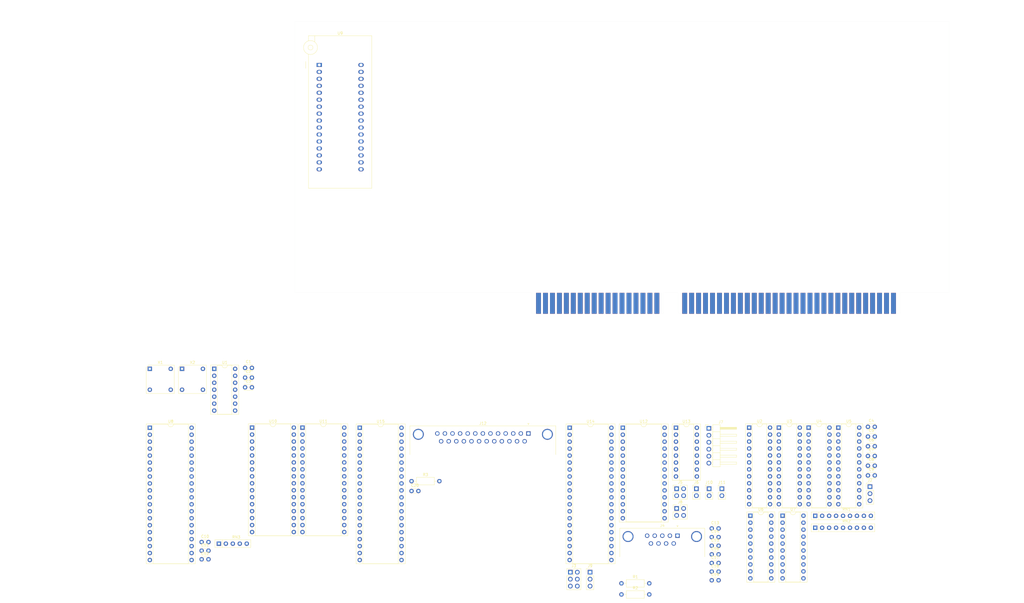
<source format=kicad_pcb>
(kicad_pcb (version 20221018) (generator pcbnew)
  (layers (0 "F.Cu" signal) (31 "B.Cu" signal) (34 "B.Paste" user) (35 "F.Paste" user) (36 "B.SilkS" user "B.Silkscreen") (37 "F.SilkS" user "F.Silkscreen") (38 "B.Mask" user) (39 "F.Mask" user) (44 "Edge.Cuts" user))
  (net 0 "")
  (net 1 "+5V")
  (net 2 "GND")
  (net 3 "Net-(U13-VS+)")
  (net 4 "Net-(U13-C1+)")
  (net 5 "Net-(U13-C1-)")
  (net 6 "Net-(U13-C2+)")
  (net 7 "Net-(U13-C2-)")
  (net 8 "Net-(U13-VS-)")
  (net 9 "/SCL")
  (net 10 "/D7")
  (net 11 "/D6")
  (net 12 "/D5")
  (net 13 "/D4")
  (net 14 "/D3")
  (net 15 "/D2")
  (net 16 "/D1")
  (net 17 "/D0")
  (net 18 "/TX")
  (net 19 "/RX")
  (net 20 "/SCLK")
  (net 21 "/MISO")
  (net 22 "/MOSI")
  (net 23 "/IEO")
  (net 24 "/A15")
  (net 25 "/A14")
  (net 26 "/A13")
  (net 27 "/A12")
  (net 28 "/A11")
  (net 29 "/A10")
  (net 30 "/A9")
  (net 31 "/A8")
  (net 32 "/A7")
  (net 33 "/A6")
  (net 34 "/A5")
  (net 35 "/A4")
  (net 36 "/A3")
  (net 37 "/A2")
  (net 38 "/A1")
  (net 39 "/A0")
  (net 40 "/~{RESET}")
  (net 41 "/SDA")
  (net 42 "-5V")
  (net 43 "/~{NMI}")
  (net 44 "-12V")
  (net 45 "/~{WAIT}")
  (net 46 "+12V")
  (net 47 "/~{MREQ}")
  (net 48 "/~{IORQ}")
  (net 49 "/~{WR}")
  (net 50 "/~{RD}")
  (net 51 "/IEI")
  (net 52 "/~{INT}")
  (net 53 "/~{BUSAK}")
  (net 54 "/~{BUSRQ}")
  (net 55 "+3V3")
  (net 56 "/CLK")
  (net 57 "/~{IRQ}7")
  (net 58 "/~{IRQ}6")
  (net 59 "/~{IRQ}5")
  (net 60 "/~{IRQ}4")
  (net 61 "/~{IRQ}3")
  (net 62 "/~{HALT}")
  (net 63 "/~{CLK}")
  (net 64 "/~{M1}")
  (net 65 "/CLK2")
  (net 66 "/~{BANK_CS}")
  (net 67 "/BA22")
  (net 68 "/BA21")
  (net 69 "/BA20")
  (net 70 "/BA19")
  (net 71 "/BA18")
  (net 72 "/BA17")
  (net 73 "/BA16")
  (net 74 "/BA15")
  (net 75 "/VCLK")
  (net 76 "/D8")
  (net 77 "/D9")
  (net 78 "/D10")
  (net 79 "/D11")
  (net 80 "/D12")
  (net 81 "/D13")
  (net 82 "/D14")
  (net 83 "/D15")
  (net 84 "/~{IRQ}8")
  (net 85 "/~{IRQ}9")
  (net 86 "/~{IRQ}10")
  (net 87 "/~{IRQ}11")
  (net 88 "/~{IRQ}12")
  (net 89 "/~{IRQ}13")
  (net 90 "/~{IRQ}14")
  (net 91 "/~{IRQ}15")
  (net 92 "/TX2")
  (net 93 "/RX2")
  (net 94 "/USR1")
  (net 95 "/USR2")
  (net 96 "/USR3")
  (net 97 "/USR4")
  (net 98 "/USR5")
  (net 99 "/USR6")
  (net 100 "/Glue Logic/~{MODE2_OE}")
  (net 101 "Net-(J2-Pin_2)")
  (net 102 "/Glue Logic/~{INT_RD}")
  (net 103 "/CTC and SIO/SIO_CLKB")
  (net 104 "/CTC and SIO/SIO_CLKA")
  (net 105 "/CTC and SIO/CTC_CLKB")
  (net 106 "/CTC and SIO/CTC_CLKA")
  (net 108 "Net-(U13-T1out)")
  (net 109 "Net-(U13-R1in)")
  (net 112 "Net-(U13-R2in)")
  (net 113 "Net-(U13-T2out)")
  (net 115 "Net-(J5-Pin_1)")
  (net 116 "/CTC and SIO/~{CTSD}")
  (net 117 "/CTC and SIO/~{RTSD}")
  (net 118 "Net-(J5-Pin_4)")
  (net 119 "Net-(J6-Pin_2)")
  (net 120 "Net-(J7-Pin_4)")
  (net 121 "Net-(J7-Pin_5)")
  (net 122 "Net-(J7-Pin_6)")
  (net 123 "/CTC and SIO/RxB")
  (net 124 "/CTC and SIO/TxB")
  (net 125 "Net-(J9-Pin_1)")
  (net 126 "/PIO/BRDY")
  (net 127 "/PIO/ROW1")
  (net 128 "/PIO/ROW2")
  (net 129 "/PIO/ROW3")
  (net 130 "/PIO/ROW4")
  (net 131 "/PIO/ROW5")
  (net 132 "/PIO/ROW6")
  (net 133 "/PIO/ROW7")
  (net 134 "/PIO/ROW8")
  (net 135 "/PIO/COL5")
  (net 136 "/PIO/COL6")
  (net 137 "/PIO/COL7")
  (net 138 "/PIO/COL8")
  (net 139 "/PIO/COL1")
  (net 140 "/PIO/COL2")
  (net 141 "/PIO/COL3")
  (net 142 "/PIO/COL4")
  (net 143 "/CTC and SIO/SIO_IEO")
  (net 144 "/PIO_IEO")
  (net 145 "Net-(U15-IEI)")
  (net 146 "/~{IRQ}0")
  (net 147 "/~{IRQ}1")
  (net 148 "/~{IRQ}2")
  (net 149 "Net-(U1A-C)")
  (net 150 "Net-(U1B-D)")
  (net 151 "/CLK4")
  (net 152 "/Glue Logic/~{ROM_SEL}")
  (net 153 "/Glue Logic/~{RAM_SEL}")
  (net 154 "/~{ROM_CS}")
  (net 156 "/Glue Logic/~{ROM_DIS}")
  (net 157 "/Glue Logic/~{BANK_RD}")
  (net 158 "/Glue Logic/BANK_SEL")
  (net 166 "/PIO_CS")
  (net 167 "/SIO_CS")
  (net 168 "/CTC_CS")
  (net 169 "/~{RAM_CS2}")
  (net 170 "/~{RAM_CS1}")
  (net 172 "Net-(U7-D4)")
  (net 173 "Net-(U7-D3)")
  (net 174 "Net-(U7-D2)")
  (net 175 "Net-(U7-D1)")
  (net 180 "/CTC and SIO/~{CTSA}")
  (net 181 "/CTC and SIO/~{RTSA}")
  (net 182 "/CTC and SIO/TxA")
  (net 183 "/CTC and SIO/RxA")
  (footprint "Capacitor_THT:C_Disc_D3.0mm_W1.6mm_P2.50mm" (layer "F.Cu") (at -16.89 224.86)
    (fp_text reference "C12" (at 1.25 -2.05) (layer "F.SilkS"))
    (fp_text value "0.1µF")
    (pad "1" thru_hole circle (at 0 0) (size 1.6 1.6) (drill 0.8) (layers "*.Cu" "*.Mask") (net 1 "+5V"))
    (pad "2" thru_hole circle (at 2.5 0) (size 1.6 1.6) (drill 0.8) (layers "*.Cu" "*.Mask") (net 2 "GND"))
  )
  (footprint "Connector_PinHeader_2.54mm:PinHeader_1x03_P2.54mm_Vertical" (layer "F.Cu") (at 124.86 229.56)
    (fp_text reference "J9" (at 0 -2.33) (layer "F.SilkS"))
    (fp_text value "DTR|RTS/CTS")
    (pad "1" thru_hole rect (at 0 0) (size 1.7 1.7) (drill 1) (layers "*.Cu" "*.Mask") (net 125 "Net-(J9-Pin_1)"))
    (pad "2" thru_hole oval (at 0 2.54) (size 1.7 1.7) (drill 1) (layers "*.Cu" "*.Mask") (net 122 "Net-(J7-Pin_6)"))
    (pad "3" thru_hole oval (at 0 5.08) (size 1.7 1.7) (drill 1) (layers "*.Cu" "*.Mask") (net 115 "Net-(J5-Pin_1)"))
  )
  (footprint "Capacitor_THT:C_Disc_D3.0mm_W1.6mm_P2.50mm" (layer "F.Cu") (at 169.26 223.06)
    (fp_text reference "C16" (at 1.25 -2.05) (layer "F.SilkS"))
    (fp_text value "1uF")
    (pad "1" thru_hole circle (at 0 0) (size 1.6 1.6) (drill 0.8) (layers "*.Cu" "*.Mask") (net 8 "Net-(U13-VS-)"))
    (pad "2" thru_hole circle (at 2.5 0) (size 1.6 1.6) (drill 0.8) (layers "*.Cu" "*.Mask") (net 2 "GND"))
  )
  (footprint "Connector_Dsub:DSUB-25_Female_Horizontal_P2.77x2.84mm_EdgePinOffset4.94mm_Housed_MountingHolesOffset7.48mm" (layer "F.Cu") (at 102.36 178.949338)
    (fp_text reference "J12" (at -16.62 -3.7) (layer "F.SilkS"))
    (fp_text value "LPT or Keyboard")
    (pad "0" thru_hole circle (at -40.17 0.3) (size 4 4) (drill 3.2) (layers "*.Cu" "*.Mask") (net 2 "GND"))
    (pad "0" thru_hole circle (at 6.93 0.3) (size 4 4) (drill 3.2) (layers "*.Cu" "*.Mask") (net 2 "GND"))
    (pad "1" thru_hole rect (at 0 0) (size 1.6 1.6) (drill 1) (layers "*.Cu" "*.Mask") (net 126 "/PIO/BRDY"))
    (pad "2" thru_hole circle (at -2.77 0) (size 1.6 1.6) (drill 1) (layers "*.Cu" "*.Mask") (net 127 "/PIO/ROW1"))
    (pad "3" thru_hole circle (at -5.54 0) (size 1.6 1.6) (drill 1) (layers "*.Cu" "*.Mask") (net 128 "/PIO/ROW2"))
    (pad "4" thru_hole circle (at -8.31 0) (size 1.6 1.6) (drill 1) (layers "*.Cu" "*.Mask") (net 129 "/PIO/ROW3"))
    (pad "5" thru_hole circle (at -11.08 0) (size 1.6 1.6) (drill 1) (layers "*.Cu" "*.Mask") (net 130 "/PIO/ROW4"))
    (pad "6" thru_hole circle (at -13.85 0) (size 1.6 1.6) (drill 1) (layers "*.Cu" "*.Mask") (net 131 "/PIO/ROW5"))
    (pad "7" thru_hole circle (at -16.62 0) (size 1.6 1.6) (drill 1) (layers "*.Cu" "*.Mask") (net 132 "/PIO/ROW6"))
    (pad "8" thru_hole circle (at -19.39 0) (size 1.6 1.6) (drill 1) (layers "*.Cu" "*.Mask") (net 133 "/PIO/ROW7"))
    (pad "9" thru_hole circle (at -22.16 0) (size 1.6 1.6) (drill 1) (layers "*.Cu" "*.Mask") (net 134 "/PIO/ROW8"))
    (pad "10" thru_hole circle (at -24.93 0) (size 1.6 1.6) (drill 1) (layers "*.Cu" "*.Mask") (net 135 "/PIO/COL5"))
    (pad "11" thru_hole circle (at -27.7 0) (size 1.6 1.6) (drill 1) (layers "*.Cu" "*.Mask") (net 136 "/PIO/COL6"))
    (pad "12" thru_hole circle (at -30.47 0) (size 1.6 1.6) (drill 1) (layers "*.Cu" "*.Mask") (net 137 "/PIO/COL7"))
    (pad "13" thru_hole circle (at -33.24 0) (size 1.6 1.6) (drill 1) (layers "*.Cu" "*.Mask") (net 138 "/PIO/COL8"))
    (pad "14" thru_hole circle (at -1.385 2.84) (size 1.6 1.6) (drill 1) (layers "*.Cu" "*.Mask") (net 139 "/PIO/COL1"))
    (pad "15" thru_hole circle (at -4.155 2.84) (size 1.6 1.6) (drill 1) (layers "*.Cu" "*.Mask") (net 140 "/PIO/COL2"))
    (pad "16" thru_hole circle (at -6.925 2.84) (size 1.6 1.6) (drill 1) (layers "*.Cu" "*.Mask") (net 141 "/PIO/COL3"))
    (pad "17" thru_hole circle (at -9.695 2.84) (size 1.6 1.6) (drill 1) (layers "*.Cu" "*.Mask") (net 142 "/PIO/COL4"))
    (pad "18" thru_hole circle (at -12.465 2.84) (size 1.6 1.6) (drill 1) (layers "*.Cu" "*.Mask") (net 2 "GND"))
    (pad "19" thru_hole circle (at -15.235 2.84) (size 1.6 1.6) (drill 1) (layers "*.Cu" "*.Mask") (net 2 "GND"))
    (pad "20" thru_hole circle (at -18.005 2.84) (size 1.6 1.6) (drill 1) (layers "*.Cu" "*.Mask") (net 2 "GND"))
    (pad "21" thru_hole circle (at -20.775 2.84) (size 1.6 1.6) (drill 1) (layers "*.Cu" "*.Mask") (net 2 "GND"))
    (pad "22" thru_hole circle (at -23.545 2.84) (size 1.6 1.6) (drill 1) (layers "*.Cu" "*.Mask") (net 2 "GND"))
    (pad "23" thru_hole circle (at -26.315 2.84) (size 1.6 1.6) (drill 1) (layers "*.Cu" "*.Mask") (net 2 "GND"))
    (pad "24" thru_hole circle (at -29.085 2.84) (size 1.6 1.6) (drill 1) (layers "*.Cu" "*.Mask") (net 2 "GND"))
    (pad "25" thru_hole circle (at -31.855 2.84) (size 1.6 1.6) (drill 1) (layers "*.Cu" "*.Mask") (net 2 "GND"))
  )
  (footprint "Capacitor_THT:C_Disc_D3.0mm_W2.0mm_P2.50mm" (layer "F.Cu") (at 226.26 187.16)
    (fp_text reference "C7" (at 1.25 -2.25) (layer "F.SilkS"))
    (fp_text value "0.1uF")
    (pad "1" thru_hole circle (at 0 0) (size 1.6 1.6) (drill 0.8) (layers "*.Cu" "*.Mask") (net 1 "+5V"))
    (pad "2" thru_hole circle (at 2.5 0) (size 1.6 1.6) (drill 0.8) (layers "*.Cu" "*.Mask") (net 2 "GND"))
  )
  (footprint "Capacitor_THT:C_Disc_D3.0mm_W2.0mm_P2.50mm" (layer "F.Cu") (at 226.26 180.06)
    (fp_text reference "C5" (at 1.25 -2.25) (layer "F.SilkS"))
    (fp_text value "0.1uF")
    (pad "1" thru_hole circle (at 0 0) (size 1.6 1.6) (drill 0.8) (layers "*.Cu" "*.Mask") (net 1 "+5V"))
    (pad "2" thru_hole circle (at 2.5 0) (size 1.6 1.6) (drill 0.8) (layers "*.Cu" "*.Mask") (net 2 "GND"))
  )
  (footprint "Capacitor_THT:C_Disc_D3.0mm_W1.6mm_P2.50mm" (layer "F.Cu") (at 169.26 213.61)
    (fp_text reference "C13" (at 1.25 -2.05) (layer "F.SilkS"))
    (fp_text value "1uF")
    (pad "1" thru_hole circle (at 0 0) (size 1.6 1.6) (drill 0.8) (layers "*.Cu" "*.Mask") (net 1 "+5V"))
    (pad "2" thru_hole circle (at 2.5 0) (size 1.6 1.6) (drill 0.8) (layers "*.Cu" "*.Mask") (net 3 "Net-(U13-VS+)"))
  )
  (footprint "0_Library:DIP-8-4_W7.62mm_Oscillator_Socket" (layer "F.Cu") (at -24.04 155.36)
    (fp_text reference "X2" (at 3.81 -2.33) (layer "F.SilkS"))
    (fp_text value "3.6864 MHz")
    (pad "1" thru_hole rect (at 0 0) (size 1.6 1.6) (drill 0.8) (layers "*.Cu" "*.Mask") (net 1 "+5V"))
    (pad "4" thru_hole oval (at 0 7.62) (size 1.6 1.6) (drill 0.8) (layers "*.Cu" "*.Mask") (net 2 "GND"))
    (pad "5" thru_hole oval (at 7.62 7.62) (size 1.6 1.6) (drill 0.8) (layers "*.Cu" "*.Mask") (net 151 "/CLK4"))
    (pad "8" thru_hole oval (at 7.62 0) (size 1.6 1.6) (drill 0.8) (layers "*.Cu" "*.Mask") (net 1 "+5V"))
  )
  (footprint "Package_DIP:DIP-24_W7.62mm_Socket" (layer "F.Cu") (at 204.61 176.81)
    (fp_text reference "U4" (at 3.81 -2.33) (layer "F.SilkS"))
    (fp_text value "ATF22V10C")
    (pad "1" thru_hole rect (at 0 0) (size 1.6 1.6) (drill 0.8) (layers "*.Cu" "*.Mask") (net 158 "/Glue Logic/BANK_SEL"))
    (pad "2" thru_hole oval (at 0 2.54) (size 1.6 1.6) (drill 0.8) (layers "*.Cu" "*.Mask") (net 17 "/D0"))
    (pad "3" thru_hole oval (at 0 5.08) (size 1.6 1.6) (drill 0.8) (layers "*.Cu" "*.Mask") (net 16 "/D1"))
    (pad "4" thru_hole oval (at 0 7.62) (size 1.6 1.6) (drill 0.8) (layers "*.Cu" "*.Mask") (net 15 "/D2"))
    (pad "5" thru_hole oval (at 0 10.16) (size 1.6 1.6) (drill 0.8) (layers "*.Cu" "*.Mask") (net 14 "/D3"))
    (pad "6" thru_hole oval (at 0 12.7) (size 1.6 1.6) (drill 0.8) (layers "*.Cu" "*.Mask") (net 13 "/D4"))
    (pad "7" thru_hole oval (at 0 15.24) (size 1.6 1.6) (drill 0.8) (layers "*.Cu" "*.Mask") (net 12 "/D5"))
    (pad "8" thru_hole oval (at 0 17.78) (size 1.6 1.6) (drill 0.8) (layers "*.Cu" "*.Mask") (net 11 "/D6"))
    (pad "9" thru_hole oval (at 0 20.32) (size 1.6 1.6) (drill 0.8) (layers "*.Cu" "*.Mask") (net 10 "/D7"))
    (pad "10" thru_hole oval (at 0 22.86) (size 1.6 1.6) (drill 0.8) (layers "*.Cu" "*.Mask") (net 24 "/A15"))
    (pad "11" thru_hole oval (at 0 25.4) (size 1.6 1.6) (drill 0.8) (layers "*.Cu" "*.Mask") (net 66 "/~{BANK_CS}"))
    (pad "12" thru_hole oval (at 0 27.94) (size 1.6 1.6) (drill 0.8) (layers "*.Cu" "*.Mask") (net 2 "GND"))
    (pad "13" thru_hole oval (at 7.62 27.94) (size 1.6 1.6) (drill 0.8) (layers "*.Cu" "*.Mask") (net 40 "/~{RESET}"))
    (pad "14" thru_hole oval (at 7.62 25.4) (size 1.6 1.6) (drill 0.8) (layers "*.Cu" "*.Mask") (net 169 "/~{RAM_CS2}"))
    (pad "15" thru_hole oval (at 7.62 22.86) (size 1.6 1.6) (drill 0.8) (layers "*.Cu" "*.Mask") (net 170 "/~{RAM_CS1}"))
    (pad "16" thru_hole oval (at 7.62 20.32) (size 1.6 1.6) (drill 0.8) (layers "*.Cu" "*.Mask") (net 67 "/BA22"))
    (pad "17" thru_hole oval (at 7.62 17.78) (size 1.6 1.6) (drill 0.8) (layers "*.Cu" "*.Mask") (net 68 "/BA21"))
    (pad "18" thru_hole oval (at 7.62 15.24) (size 1.6 1.6) (drill 0.8) (layers "*.Cu" "*.Mask") (net 69 "/BA20"))
    (pad "19" thru_hole oval (at 7.62 12.7) (size 1.6 1.6) (drill 0.8) (layers "*.Cu" "*.Mask") (net 70 "/BA19"))
    (pad "20" thru_hole oval (at 7.62 10.16) (size 1.6 1.6) (drill 0.8) (layers "*.Cu" "*.Mask") (net 71 "/BA18"))
    (pad "21" thru_hole oval (at 7.62 7.62) (size 1.6 1.6) (drill 0.8) (layers "*.Cu" "*.Mask") (net 72 "/BA17"))
    (pad "22" thru_hole oval (at 7.62 5.08) (size 1.6 1.6) (drill 0.8) (layers "*.Cu" "*.Mask") (net 73 "/BA16"))
    (pad "23" thru_hole oval (at 7.62 2.54) (size 1.6 1.6) (drill 0.8) (layers "*.Cu" "*.Mask") (net 74 "/BA15"))
    (pad "24" thru_hole oval (at 7.62 0) (size 1.6 1.6) (drill 0.8) (layers "*.Cu" "*.Mask") (net 1 "+5V"))
  )
  (footprint "Capacitor_THT:C_Disc_D3.0mm_W2.0mm_P2.50mm" (layer "F.Cu") (at 226.26 176.51)
    (fp_text reference "C4" (at 1.25 -2.25) (layer "F.SilkS"))
    (fp_text value "0.1uF")
    (pad "1" thru_hole circle (at 0 0) (size 1.6 1.6) (drill 0.8) (layers "*.Cu" "*.Mask") (net 1 "+5V"))
    (pad "2" thru_hole circle (at 2.5 0) (size 1.6 1.6) (drill 0.8) (layers "*.Cu" "*.Mask") (net 2 "GND"))
  )
  (footprint "Capacitor_THT:C_Disc_D3.0mm_W1.6mm_P2.50mm" (layer "F.Cu") (at 169.26 226.21)
    (fp_text reference "C17" (at 1.25 -2.05) (layer "F.SilkS"))
    (fp_text value "0.1µF")
    (pad "1" thru_hole circle (at 0 0) (size 1.6 1.6) (drill 0.8) (layers "*.Cu" "*.Mask") (net 1 "+5V"))
    (pad "2" thru_hole circle (at 2.5 0) (size 1.6 1.6) (drill 0.8) (layers "*.Cu" "*.Mask") (net 2 "GND"))
  )
  (footprint "Package_DIP:DIP-28_W15.24mm_Socket" (layer "F.Cu") (at 136.81 176.86)
    (fp_text reference "U12" (at 7.62 -2.33) (layer "F.SilkS"))
    (fp_text value "Z84C3010 CTC")
    (pad "1" thru_hole rect (at 0 0) (size 1.6 1.6) (drill 0.8) (layers "*.Cu" "*.Mask") (net 13 "/D4"))
    (pad "2" thru_hole oval (at 0 2.54) (size 1.6 1.6) (drill 0.8) (layers "*.Cu" "*.Mask") (net 12 "/D5"))
    (pad "3" thru_hole oval (at 0 5.08) (size 1.6 1.6) (drill 0.8) (layers "*.Cu" "*.Mask") (net 11 "/D6"))
    (pad "4" thru_hole oval (at 0 7.62) (size 1.6 1.6) (drill 0.8) (layers "*.Cu" "*.Mask") (net 10 "/D7"))
    (pad "5" thru_hole oval (at 0 10.16) (size 1.6 1.6) (drill 0.8) (layers "*.Cu" "*.Mask") (net 2 "GND"))
    (pad "6" thru_hole oval (at 0 12.7) (size 1.6 1.6) (drill 0.8) (layers "*.Cu" "*.Mask") (net 50 "/~{RD}"))
    (pad "7" thru_hole oval (at 0 15.24) (size 1.6 1.6) (drill 0.8) (layers "*.Cu" "*.Mask") (net 75 "/VCLK"))
    (pad "8" thru_hole oval (at 0 17.78) (size 1.6 1.6) (drill 0.8) (layers "*.Cu" "*.Mask") (net 106 "/CTC and SIO/CTC_CLKA"))
    (pad "9" thru_hole oval (at 0 20.32) (size 1.6 1.6) (drill 0.8) (layers "*.Cu" "*.Mask") (net 105 "/CTC and SIO/CTC_CLKB"))
    (pad "10" thru_hole oval (at 0 22.86) (size 1.6 1.6) (drill 0.8) (layers "*.Cu" "*.Mask") (net 48 "/~{IORQ}"))
    (pad "11" thru_hole oval (at 0 25.4) (size 1.6 1.6) (drill 0.8) (layers "*.Cu" "*.Mask"))
    (pad "12" thru_hole oval (at 0 27.94) (size 1.6 1.6) (drill 0.8) (layers "*.Cu" "*.Mask") (net 146 "/~{IRQ}0"))
    (pad "13" thru_hole oval (at 0 30.48) (size 1.6 1.6) (drill 0.8) (layers "*.Cu" "*.Mask") (net 143 "/CTC and SIO/SIO_IEO"))
    (pad "14" thru_hole oval (at 0 33.02) (size 1.6 1.6) (drill 0.8) (layers "*.Cu" "*.Mask") (net 64 "/~{M1}"))
    (pad "15" thru_hole oval (at 15.24 33.02) (size 1.6 1.6) (drill 0.8) (layers "*.Cu" "*.Mask") (net 56 "/CLK"))
    (pad "16" thru_hole oval (at 15.24 30.48) (size 1.6 1.6) (drill 0.8) (layers "*.Cu" "*.Mask") (net 168 "/CTC_CS"))
    (pad "17" thru_hole oval (at 15.24 27.94) (size 1.6 1.6) (drill 0.8) (layers "*.Cu" "*.Mask") (net 40 "/~{RESET}"))
    (pad "18" thru_hole oval (at 15.24 25.4) (size 1.6 1.6) (drill 0.8) (layers "*.Cu" "*.Mask") (net 39 "/A0"))
    (pad "19" thru_hole oval (at 15.24 22.86) (size 1.6 1.6) (drill 0.8) (layers "*.Cu" "*.Mask") (net 38 "/A1"))
    (pad "20" thru_hole oval (at 15.24 20.32) (size 1.6 1.6) (drill 0.8) (layers "*.Cu" "*.Mask") (net 151 "/CLK4"))
    (pad "21" thru_hole oval (at 15.24 17.78) (size 1.6 1.6) (drill 0.8) (layers "*.Cu" "*.Mask") (net 65 "/CLK2"))
    (pad "22" thru_hole oval (at 15.24 15.24) (size 1.6 1.6) (drill 0.8) (layers "*.Cu" "*.Mask") (net 65 "/CLK2"))
    (pad "23" thru_hole oval (at 15.24 12.7) (size 1.6 1.6) (drill 0.8) (layers "*.Cu" "*.Mask") (net 56 "/CLK"))
    (pad "24" thru_hole oval (at 15.24 10.16) (size 1.6 1.6) (drill 0.8) (layers "*.Cu" "*.Mask") (net 1 "+5V"))
    (pad "25" thru_hole oval (at 15.24 7.62) (size 1.6 1.6) (drill 0.8) (layers "*.Cu" "*.Mask") (net 17 "/D0"))
    (pad "26" thru_hole oval (at 15.24 5.08) (size 1.6 1.6) (drill 0.8) (layers "*.Cu" "*.Mask") (net 16 "/D1"))
    (pad "27" thru_hole oval (at 15.24 2.54) (size 1.6 1.6) (drill 0.8) (layers "*.Cu" "*.Mask") (net 15 "/D2"))
    (pad "28" thru_hole oval (at 15.24 0) (size 1.6 1.6) (drill 0.8) (layers "*.Cu" "*.Mask") (net 14 "/D3"))
  )
  (footprint "Resistor_THT:R_Array_SIP9" (layer "F.Cu") (at 207.01 209.01)
    (fp_text reference "RN1" (at 11.43 -2.4) (layer "F.SilkS"))
    (fp_text value "3K3")
    (pad "1" thru_hole rect (at 0 0) (size 1.6 1.6) (drill 0.8) (layers "*.Cu" "*.Mask") (net 1 "+5V"))
    (pad "2" thru_hole oval (at 2.54 0) (size 1.6 1.6) (drill 0.8) (layers "*.Cu" "*.Mask") (net 146 "/~{IRQ}0"))
    (pad "3" thru_hole oval (at 5.08 0) (size 1.6 1.6) (drill 0.8) (layers "*.Cu" "*.Mask") (net 147 "/~{IRQ}1"))
    (pad "4" thru_hole oval (at 7.62 0) (size 1.6 1.6) (drill 0.8) (layers "*.Cu" "*.Mask") (net 148 "/~{IRQ}2"))
    (pad "5" thru_hole oval (at 10.16 0) (size 1.6 1.6) (drill 0.8) (layers "*.Cu" "*.Mask") (net 61 "/~{IRQ}3"))
    (pad "6" thru_hole oval (at 12.7 0) (size 1.6 1.6) (drill 0.8) (layers "*.Cu" "*.Mask") (net 60 "/~{IRQ}4"))
    (pad "7" thru_hole oval (at 15.24 0) (size 1.6 1.6) (drill 0.8) (layers "*.Cu" "*.Mask") (net 59 "/~{IRQ}5"))
    (pad "8" thru_hole oval (at 17.78 0) (size 1.6 1.6) (drill 0.8) (layers "*.Cu" "*.Mask") (net 58 "/~{IRQ}6"))
    (pad "9" thru_hole oval (at 20.32 0) (size 1.6 1.6) (drill 0.8) (layers "*.Cu" "*.Mask") (net 57 "/~{IRQ}7"))
  )
  (footprint "Capacitor_THT:C_Disc_D3.0mm_W2.0mm_P2.50mm" (layer "F.Cu") (at -1.04 158.56)
    (fp_text reference "C2" (at 1.25 -2.25) (layer "F.SilkS"))
    (fp_text value "0.1uF")
    (pad "1" thru_hole circle (at 0 0) (size 1.6 1.6) (drill 0.8) (layers "*.Cu" "*.Mask") (net 1 "+5V"))
    (pad "2" thru_hole circle (at 2.5 0) (size 1.6 1.6) (drill 0.8) (layers "*.Cu" "*.Mask") (net 2 "GND"))
  )
  (footprint "Package_DIP:DIP-16_W7.62mm_Socket" (layer "F.Cu") (at 156.21 176.86)
    (fp_text reference "U13" (at 3.81 -2.33) (layer "F.SilkS"))
    (fp_text value "MAX232")
    (pad "1" thru_hole rect (at 0 0) (size 1.6 1.6) (drill 0.8) (layers "*.Cu" "*.Mask") (net 4 "Net-(U13-C1+)"))
    (pad "2" thru_hole oval (at 0 2.54) (size 1.6 1.6) (drill 0.8) (layers "*.Cu" "*.Mask") (net 3 "Net-(U13-VS+)"))
    (pad "3" thru_hole oval (at 0 5.08) (size 1.6 1.6) (drill 0.8) (layers "*.Cu" "*.Mask") (net 5 "Net-(U13-C1-)"))
    (pad "4" thru_hole oval (at 0 7.62) (size 1.6 1.6) (drill 0.8) (layers "*.Cu" "*.Mask") (net 6 "Net-(U13-C2+)"))
    (pad "5" thru_hole oval (at 0 10.16) (size 1.6 1.6) (drill 0.8) (layers "*.Cu" "*.Mask") (net 7 "Net-(U13-C2-)"))
    (pad "6" thru_hole oval (at 0 12.7) (size 1.6 1.6) (drill 0.8) (layers "*.Cu" "*.Mask") (net 8 "Net-(U13-VS-)"))
    (pad "7" thru_hole oval (at 0 15.24) (size 1.6 1.6) (drill 0.8) (layers "*.Cu" "*.Mask") (net 113 "Net-(U13-T2out)"))
    (pad "8" thru_hole oval (at 0 17.78) (size 1.6 1.6) (drill 0.8) (layers "*.Cu" "*.Mask") (net 112 "Net-(U13-R2in)"))
    (pad "9" thru_hole oval (at 7.62 17.78) (size 1.6 1.6) (drill 0.8) (layers "*.Cu" "*.Mask") (net 180 "/CTC and SIO/~{CTSA}"))
    (pad "10" thru_hole oval (at 7.62 15.24) (size 1.6 1.6) (drill 0.8) (layers "*.Cu" "*.Mask") (net 181 "/CTC and SIO/~{RTSA}"))
    (pad "11" thru_hole oval (at 7.62 12.7) (size 1.6 1.6) (drill 0.8) (layers "*.Cu" "*.Mask") (net 182 "/CTC and SIO/TxA"))
    (pad "12" thru_hole oval (at 7.62 10.16) (size 1.6 1.6) (drill 0.8) (layers "*.Cu" "*.Mask") (net 183 "/CTC and SIO/RxA"))
    (pad "13" thru_hole oval (at 7.62 7.62) (size 1.6 1.6) (drill 0.8) (layers "*.Cu" "*.Mask") (net 109 "Net-(U13-R1in)"))
    (pad "14" thru_hole oval (at 7.62 5.08) (size 1.6 1.6) (drill 0.8) (layers "*.Cu" "*.Mask") (net 108 "Net-(U13-T1out)"))
    (pad "15" thru_hole oval (at 7.62 2.54) (size 1.6 1.6) (drill 0.8) (layers "*.Cu" "*.Mask") (net 2 "GND"))
    (pad "16" thru_hole oval (at 7.62 0) (size 1.6 1.6) (drill 0.8) (layers "*.Cu" "*.Mask") (net 1 "+5V"))
  )
  (footprint "Resistor_THT:R_Array_SIP5" (layer "F.Cu") (at -10.59 219.16)
    (fp_text reference "RN3" (at 6.35 -2.4) (layer "F.SilkS"))
    (fp_text value "3K3")
    (pad "1" thru_hole rect (at 0 0) (size 1.6 1.6) (drill 0.8) (layers "*.Cu" "*.Mask") (net 1 "+5V"))
    (pad "2" thru_hole oval (at 2.54 0) (size 1.6 1.6) (drill 0.8) (layers "*.Cu" "*.Mask") (net 45 "/~{WAIT}"))
    (pad "3" thru_hole oval (at 5.08 0) (size 1.6 1.6) (drill 0.8) (layers "*.Cu" "*.Mask") (net 54 "/~{BUSRQ}"))
    (pad "4" thru_hole oval (at 7.62 0) (size 1.6 1.6) (drill 0.8) (layers "*.Cu" "*.Mask") (net 52 "/~{INT}"))
    (pad "5" thru_hole oval (at 10.16 0) (size 1.6 1.6) (drill 0.8) (layers "*.Cu" "*.Mask") (net 43 "/~{NMI}"))
  )
  (footprint "0_Library:BUS_AT v2" (layer "F.Cu") (at 235.585 135.255)
    (fp_text reference "J1" hide)
    (fp_text value "BUS 1" hide)
    (fp_line (start -131.953 -106.68) (end 20.32 -106.68) (stroke (width 0.01)) (layer "Edge.Cuts"))
    (fp_line (start -131.953 -0.5) (end -131.953 -7.62) (stroke (width 0.01)) (layer "Edge.Cuts"))
    (fp_line (start -131.453 0) (end -84.447 0) (stroke (width 0.01)) (layer "Edge.Cuts"))
    (fp_line (start -83.947 -7.62) (end -78.613 -7.62) (stroke (width 0.01)) (layer "Edge.Cuts"))
    (fp_line (start -83.947 -0.5) (end -83.947 -7.62) (stroke (width 0.01)) (layer "Edge.Cuts"))
    (fp_line (start -78.613 -0.5) (end -78.613 -7.62) (stroke (width 0.01)) (layer "Edge.Cuts"))
    (fp_line (start 1.913 0) (end -78.113 0) (stroke (width 0.01)) (layer "Edge.Cuts"))
    (fp_line (start 2.413 -0.5) (end 2.413 -7.62) (stroke (width 0.01)) (layer "Edge.Cuts"))
    (fp_line (start 20.32 -7.62) (end 2.413 -7.62) (stroke (width 0.01)) (layer "Edge.Cuts"))
    (fp_line (start 20.32 -7.62) (end 20.32 -106.68) (stroke (width 0.01)) (layer "Edge.Cuts"))
    (fp_arc (start -131.453 0) (mid -131.806554 -0.146446) (end -131.953 -0.5) (stroke (width 0.01)) (layer "Edge.Cuts"))
    (fp_arc (start -83.947 -0.5) (mid -84.093446 -0.146446) (end -84.447 0) (stroke (width 0.01)) (layer "Edge.Cuts"))
    (fp_arc (start -78.113 0) (mid -78.466554 -0.146446) (end -78.613 -0.5) (stroke (width 0.01)) (layer "Edge.Cuts"))
    (fp_arc (start 2.413 -0.5) (mid 2.266553 -0.146447) (end 1.913 0) (stroke (width 0.01)) (layer "Edge.Cuts"))
    (pad "1" connect rect (at 0 -3.81) (size 1.78 7.62) (layers "B.Cu" "B.Mask") (net 9 "/SCL"))
    (pad "2" connect rect (at -2.54 -3.81) (size 1.78 7.62) (layers "B.Cu" "B.Mask") (net 10 "/D7"))
    (pad "3" connect rect (at -5.08 -3.81) (size 1.78 7.62) (layers "B.Cu" "B.Mask") (net 11 "/D6"))
    (pad "4" connect rect (at -7.62 -3.81) (size 1.78 7.62) (layers "B.Cu" "B.Mask") (net 12 "/D5"))
    (pad "5" connect rect (at -10.16 -3.81) (size 1.78 7.62) (layers "B.Cu" "B.Mask") (net 13 "/D4"))
    (pad "6" connect rect (at -12.7 -3.81) (size 1.78 7.62) (layers "B.Cu" "B.Mask") (net 14 "/D3"))
    (pad "7" connect rect (at -15.24 -3.81) (size 1.78 7.62) (layers "B.Cu" "B.Mask") (net 15 "/D2"))
    (pad "8" connect rect (at -17.78 -3.81) (size 1.78 7.62) (layers "B.Cu" "B.Mask") (net 16 "/D1"))
    (pad "9" connect rect (at -20.32 -3.81) (size 1.78 7.62) (layers "B.Cu" "B.Mask") (net 17 "/D0"))
    (pad "10" connect rect (at -22.86 -3.81) (size 1.78 7.62) (layers "B.Cu" "B.Mask") (net 18 "/TX"))
    (pad "11" connect rect (at -25.4 -3.81) (size 1.78 7.62) (layers "B.Cu" "B.Mask") (net 19 "/RX"))
    (pad "12" connect rect (at -27.94 -3.81) (size 1.78 7.62) (layers "B.Cu" "B.Mask") (net 20 "/SCLK"))
    (pad "13" connect rect (at -30.48 -3.81) (size 1.78 7.62) (layers "B.Cu" "B.Mask") (net 21 "/MISO"))
    (pad "14" connect rect (at -33.02 -3.81) (size 1.78 7.62) (layers "B.Cu" "B.Mask") (net 22 "/MOSI"))
    (pad "15" connect rect (at -35.56 -3.81) (size 1.78 7.62) (layers "B.Cu" "B.Mask") (net 23 "/IEO"))
    (pad "16" connect rect (at -38.1 -3.81) (size 1.78 7.62) (layers "B.Cu" "B.Mask") (net 24 "/A15"))
    (pad "17" connect rect (at -40.64 -3.81) (size 1.78 7.62) (layers "B.Cu" "B.Mask") (net 25 "/A14"))
    (pad "18" connect rect (at -43.18 -3.81) (size 1.78 7.62) (layers "B.Cu" "B.Mask") (net 26 "/A13"))
    (pad "19" connect rect (at -45.72 -3.81) (size 1.78 7.62) (layers "B.Cu" "B.Mask") (net 27 "/A12"))
    (pad "20" connect rect (at -48.26 -3.81) (size 1.78 7.62) (layers "B.Cu" "B.Mask") (net 28 "/A11"))
    (pad "21" connect rect (at -50.8 -3.81) (size 1.78 7.62) (layers "B.Cu" "B.Mask") (net 29 "/A10"))
    (pad "22" connect rect (at -53.34 -3.81) (size 1.78 7.62) (layers "B.Cu" "B.Mask") (net 30 "/A9"))
    (pad "23" connect rect (at -55.88 -3.81) (size 1.78 7.62) (layers "B.Cu" "B.Mask") (net 31 "/A8"))
    (pad "24" connect rect (at -58.42 -3.81) (size 1.78 7.62) (layers "B.Cu" "B.Mask") (net 32 "/A7"))
    (pad "25" connect rect (at -60.96 -3.81) (size 1.78 7.62) (layers "B.Cu" "B.Mask") (net 33 "/A6"))
    (pad "26" connect rect (at -63.5 -3.81) (size 1.78 7.62) (layers "B.Cu" "B.Mask") (net 34 "/A5"))
    (pad "27" connect rect (at -66.04 -3.81) (size 1.78 7.62) (layers "B.Cu" "B.Mask") (net 35 "/A4"))
    (pad "28" connect rect (at -68.58 -3.81) (size 1.78 7.62) (layers "B.Cu" "B.Mask") (net 36 "/A3"))
    (pad "29" connect rect (at -71.12 -3.81) (size 1.78 7.62) (layers "B.Cu" "B.Mask") (net 37 "/A2"))
    (pad "30" connect rect (at -73.66 -3.81) (size 1.78 7.62) (layers "B.Cu" "B.Mask") (net 38 "/A1"))
    (pad "31" connect rect (at -76.2 -3.81) (size 1.78 7.62) (layers "B.Cu" "B.Mask") (net 39 "/A0"))
    (pad "32" connect rect (at 0 -3.81) (size 1.78 7.62) (layers "F.Cu" "F.Mask") (net 2 "GND"))
    (pad "33" connect rect (at -2.54 -3.81) (size 1.78 7.62) (layers "F.Cu" "F.Mask") (net 40 "/~{RESET}"))
    (pad "34" connect rect (at -5.08 -3.81) (size 1.78 7.62) (layers "F.Cu" "F.Mask") (net 1 "+5V"))
    (pad "35" connect rect (at -7.62 -3.81) (size 1.78 7.62) (layers "F.Cu" "F.Mask") (net 41 "/SDA"))
    (pad "36" connect rect (at -10.16 -3.81) (size 1.78 7.62) (layers "F.Cu" "F.Mask") (net 42 "-5V"))
    (pad "37" connect rect (at -12.7 -3.81) (size 1.78 7.62) (layers "F.Cu" "F.Mask") (net 43 "/~{NMI}"))
    (pad "38" connect rect (at -15.24 -3.81) (size 1.78 7.62) (layers "F.Cu" "F.Mask") (net 44 "-12V"))
    (pad "39" connect rect (at -17.78 -3.81) (size 1.78 7.62) (layers "F.Cu" "F.Mask") (net 45 "/~{WAIT}"))
    (pad "40" connect rect (at -20.32 -3.81) (size 1.78 7.62) (layers "F.Cu" "F.Mask") (net 46 "+12V"))
    (pad "41" connect rect (at -22.86 -3.81) (size 1.78 7.62) (layers "F.Cu" "F.Mask") (net 2 "GND"))
    (pad "42" connect rect (at -25.4 -3.81) (size 1.78 7.62) (layers "F.Cu" "F.Mask") (net 47 "/~{MREQ}"))
    (pad "43" connect rect (at -27.94 -3.81) (size 1.78 7.62) (layers "F.Cu" "F.Mask") (net 48 "/~{IORQ}"))
    (pad "44" connect rect (at -30.48 -3.81) (size 1.78 7.62) (layers "F.Cu" "F.Mask") (net 49 "/~{WR}"))
    (pad "45" connect rect (at -33.02 -3.81) (size 1.78 7.62) (layers "F.Cu" "F.Mask") (net 50 "/~{RD}"))
    (pad "46" connect rect (at -35.56 -3.81) (size 1.78 7.62) (layers "F.Cu" "F.Mask") (net 51 "/IEI"))
    (pad "47" connect rect (at -38.1 -3.81) (size 1.78 7.62) (layers "F.Cu" "F.Mask") (net 52 "/~{INT}"))
    (pad "48" connect rect (at -40.64 -3.81) (size 1.78 7.62) (layers "F.Cu" "F.Mask") (net 53 "/~{BUSAK}"))
    (pad "49" connect rect (at -43.18 -3.81) (size 1.78 7.62) (layers "F.Cu" "F.Mask") (net 54 "/~{BUSRQ}"))
    (pad "50" connect rect (at -45.72 -3.81) (size 1.78 7.62) (layers "F.Cu" "F.Mask") (net 55 "+3V3"))
    (pad "51" connect rect (at -48.26 -3.81) (size 1.78 7.62) (layers "F.Cu" "F.Mask") (net 56 "/CLK"))
    (pad "52" connect rect (at -50.8 -3.81) (size 1.78 7.62) (layers "F.Cu" "F.Mask") (net 57 "/~{IRQ}7"))
    (pad "53" connect rect (at -53.34 -3.81) (size 1.78 7.62) (layers "F.Cu" "F.Mask") (net 58 "/~{IRQ}6"))
    (pad "54" connect rect (at -55.88 -3.81) (size 1.78 7.62) (layers "F.Cu" "F.Mask") (net 59 "/~{IRQ}5"))
    (pad "55" connect rect (at -58.42 -3.81) (size 1.78 7.62) (layers "F.Cu" "F.Mask") (net 60 "/~{IRQ}4"))
    (pad "56" connect rect (at -60.96 -3.81) (size 1.78 7.62) (layers "F.Cu" "F.Mask") (net 61 "/~{IRQ}3"))
    (pad "57" connect rect (at -63.5 -3.81) (size 1.78 7.62) (layers "F.Cu" "F.Mask") (net 62 "/~{HALT}"))
    (pad "58" connect rect (at -66.04 -3.81) (size 1.78 7.62) (layers "F.Cu" "F.Mask") (net 63 "/~{CLK}"))
    (pad "59" connect rect (at -68.58 -3.81) (size 1.78 7.62) (layers "F.Cu" "F.Mask") (net 64 "/~{M1}"))
    (pad "60" connect rect (at -71.12 -3.81) (size 1.78 7.62) (layers "F.Cu" "F.Mask") (net 1 "+5V"))
    (pad "61" connect rect (at -73.66 -3.81) (size 1.78 7.62) (layers "F.Cu" "F.Mask") (net 65 "/CLK2"))
    (pad "62" connect rect (at -76.2 -3.81) (size 1.78 7.62) (layers "F.Cu" "F.Mask") (net 2 "GND"))
    (pad "63" connect rect (at -86.36 -3.81) (size 1.78 7.62) (layers "B.Cu" "B.Mask") (net 66 "/~{BANK_CS}"))
    (pad "64" connect rect (at -88.9 -3.81) (size 1.78 7.62) (layers "B.Cu" "B.Mask") (net 67 "/BA22"))
    (pad "65" connect rect (at -91.44 -3.81) (size 1.78 7.62) (layers "B.Cu" "B.Mask") (net 68 "/BA21"))
    (pad "66" connect rect (at -93.98 -3.81) (size 1.78 7.62) (layers "B.Cu" "B.Mask") (net 69 "/BA20"))
    (pad "67" connect rect (at -96.52 -3.81) (size 1.78 7.62) (layers "B.Cu" "B.Mask") (net 70 "/BA19"))
    (pad "68" connect rect (at -99.06 -3.81) (size 1.78 7.62) (layers "B.Cu" "B.Mask") (net 71 "/BA18"))
    (pad "69" connect rect (at -101.6 -3.81) (size 1.78 7.62) (layers "B.Cu" "B.Mask") (net 72 "/BA17"))
    (pad "70" connect rect (at -104.14 -3.81) (size 1.78 7.62) (layers "B.Cu" "B.Mask") (net 73 "/BA16"))
    (pad "71" connect rect (at -106.68 -3.81) (size 1.78 7.62) (layers "B.Cu" "B.Mask") (net 74 "/BA15"))
    (pad "72" connect rect (at -109.22 -3.81) (size 1.78 7.62) (layers "B.Cu" "B.Mask") (net 75 "/VCLK"))
    (pad "73" connect rect (at -111.76 -3.81) (size 1.78 7.62) (layers "B.Cu" "B.Mask") (net 76 "/D8"))
    (pad "74" connect rect (at -114.3 -3.81) (size 1.78 7.62) (layers "B.Cu" "B.Mask") (net 77 "/D9"))
    (pad "75" connect rect (at -116.84 -3.81) (size 1.78 7.62) (layers "B.Cu" "B.Mask") (net 78 "/D10"))
    (pad "76" connect rect (at -119.38 -3.81) (size 1.78 7.62) (layers "B.Cu" "B.Mask") (net 79 "/D11"))
    (pad "77" connect rect (at -121.92 -3.81) (size 1.78 7.62) (layers "B.Cu" "B.Mask") (net 80 "/D12"))
    (pad "78" connect rect (at -124.46 -3.81) (size 1.78 7.62) (layers "B.Cu" "B.Mask") (net 81 "/D13"))
    (pad "79" connect rect (at -127 -3.81) (size 1.78 7.62) (layers "B.Cu" "B.Mask") (net 82 "/D14"))
    (pad "80" connect rect (at -129.54 -3.81) (size 1.78 7.62) (layers "B.Cu" "B.Mask") (net 83 "/D15"))
    (pad "81" connect rect (at -86.36 -3.81) (size 1.78 7.62) (layers "F.Cu" "F.Mask") (net 84 "/~{IRQ}8"))
    (pad "82" connect rect (at -88.9 -3.81) (size 1.78 7.62) (layers "F.Cu" "F.Mask") (net 85 "/~{IRQ}9"))
    (pad "83" connect rect (at -91.44 -3.81) (size 1.78 7.62) (layers "F.Cu" "F.Mask") (net 86 "/~{IRQ}10"))
    (pad "84" connect rect (at -93.98 -3.81) (size 1.78 7.62) (layers "F.Cu" "F.Mask") (net 87 "/~{IRQ}11"))
    (pad "85" connect rect (at -96.52 -3.81) (size 1.78 7.62) (layers "F.Cu" "F.Mask") (net 88 "/~{IRQ}12"))
    (pad "86" connect rect (at -99.06 -3.81) (size 1.78 7.62) (layers "F.Cu" "F.Mask") (net 89 "/~{IRQ}13"))
    (pad "87" connect rect (at -101.6 -3.81) (size 1.78 7.62) (layers "F.Cu" "F.Mask") (net 90 "/~{IRQ}14"))
    (pad "88" connect rect (at -104.14 -3.81) (size 1.78 7.62) (layers "F.Cu" "F.Mask") (net 91 "/~{IRQ}15"))
    (pad "89" connect rect (at -106.68 -3.81) (size 1.78 7.62) (layers "F.Cu" "F.Mask") (net 92 "/TX2"))
    (pad "90" connect rect (at -109.22 -3.81) (size 1.78 7.62) (layers "F.Cu" "F.Mask") (net 93 "/RX2"))
    (pad "91" connect rect (at -111.76 -3.81) (size 1.78 7.62) (layers "F.Cu" "F.Mask") (net 94 "/USR1"))
    (pad "92" connect rect (at -114.3 -3.81) (size 1.78 7.62) (layers "F.Cu" "F.Mask") (net 95 "/USR2"))
    (pad "93" connect rect (at -116.84 -3.81) (size 1.78 7.62) (layers "F.Cu" "F.Mask") (net 96 "/USR3"))
    (pad "94" connect rect (at -119.38 -3.81) (size 1.78 7.62) (layers "F.Cu" "F.Mask") (net 97 "/USR4"))
    (pad "95" connect rect (at -121.92 -3.81) (size 1.78 7.62) (layers "F.Cu" "F.Mask") (net 98 "/USR5"))
    (pad "96" connect rect (at -124.46 -3.81) (size 1.78 7.62) (layers "F.Cu" "F.Mask") (net 1 "+5V"))
    (pad "97" connect rect (at -127 -3.81) (size 1.78 7.62) (layers "F.Cu" "F.Mask") (net 99 "/USR6"))
    (pad "98" connect rect (at -129.54 -3.81) (size 1.78 7.62) (layers "F.Cu" "F.Mask") (net 2 "GND"))
  )
  (footprint "Capacitor_THT:C_Disc_D3.0mm_W1.6mm_P2.50mm" (layer "F.Cu") (at 169.26 216.76)
    (fp_text reference "C14" (at 1.25 -2.05) (layer "F.SilkS"))
    (fp_text value "1uF")
    (pad "1" thru_hole circle (at 0 0) (size 1.6 1.6) (drill 0.8) (layers "*.Cu" "*.Mask") (net 4 "Net-(U13-C1+)"))
    (pad "2" thru_hole circle (at 2.5 0) (size 1.6 1.6) (drill 0.8) (layers "*.Cu" "*.Mask") (net 5 "Net-(U13-C1-)"))
  )
  (footprint "Connector_Dsub:DSUB-9_Female_Horizontal_P2.77x2.84mm_EdgePinOffset4.94mm_Housed_MountingHolesOffset7.48mm" (layer "F.Cu") (at 156.76 216.249338)
    (fp_text reference "J4" (at -5.54 -3.7) (layer "F.SilkS"))
    (fp_text value "COM1: DCE")
    (pad "0" thru_hole circle (at -18.04 0.3) (size 4 4) (drill 3.2) (layers "*.Cu" "*.Mask") (net 2 "GND"))
    (pad "0" thru_hole circle (at 6.96 0.3) (size 4 4) (drill 3.2) (layers "*.Cu" "*.Mask") (net 2 "GND"))
    (pad "1" thru_hole rect (at 0 0) (size 1.6 1.6) (drill 1) (layers "*.Cu" "*.Mask"))
    (pad "2" thru_hole circle (at -2.77 0) (size 1.6 1.6) (drill 1) (layers "*.Cu" "*.Mask") (net 108 "Net-(U13-T1out)"))
    (pad "3" thru_hole circle (at -5.54 0) (size 1.6 1.6) (drill 1) (layers "*.Cu" "*.Mask") (net 109 "Net-(U13-R1in)"))
    (pad "4" thru_hole circle (at -8.31 0) (size 1.6 1.6) (drill 1) (layers "*.Cu" "*.Mask"))
    (pad "5" thru_hole circle (at -11.08 0) (size 1.6 1.6) (drill 1) (layers "*.Cu" "*.Mask") (net 2 "GND"))
    (pad "6" thru_hole circle (at -1.385 2.84) (size 1.6 1.6) (drill 1) (layers "*.Cu" "*.Mask"))
    (pad "7" thru_hole circle (at -4.155 2.84) (size 1.6 1.6) (drill 1) (layers "*.Cu" "*.Mask") (net 112 "Net-(U13-R2in)"))
    (pad "8" thru_hole circle (at -6.925 2.84) (size 1.6 1.6) (drill 1) (layers "*.Cu" "*.Mask") (net 113 "Net-(U13-T2out)"))
    (pad "9" thru_hole circle (at -9.695 2.84) (size 1.6 1.6) (drill 1) (layers "*.Cu" "*.Mask"))
  )
  (footprint "Capacitor_THT:C_Disc_D3.0mm_W1.6mm_P2.50mm" (layer "F.Cu") (at -16.89 221.71)
    (fp_text reference "C11" (at 1.25 -2.05) (layer "F.SilkS"))
    (fp_text value "0.1µF")
    (pad "1" thru_hole circle (at 0 0) (size 1.6 1.6) (drill 0.8) (layers "*.Cu" "*.Mask") (net 1 "+5V"))
    (pad "2" thru_hole circle (at 2.5 0) (size 1.6 1.6) (drill 0.8) (layers "*.Cu" "*.Mask") (net 2 "GND"))
  )
  (footprint "Connector_PinHeader_2.54mm:PinHeader_1x06_P2.54mm_Horizontal" (layer "F.Cu") (at 168.21 177.06)
    (fp_text reference "J7" (at 4.385 -2.27) (layer "F.SilkS"))
    (fp_text value "COM2: TTL")
    (pad "1" thru_hole rect (at 0 0) (size 1.7 1.7) (drill 1) (layers "*.Cu" "*.Mask") (net 2 "GND"))
    (pad "2" thru_hole oval (at 0 2.54) (size 1.7 1.7) (drill 1) (layers "*.Cu" "*.Mask") (net 118 "Net-(J5-Pin_4)"))
    (pad "3" thru_hole oval (at 0 5.08) (size 1.7 1.7) (drill 1) (layers "*.Cu" "*.Mask") (net 119 "Net-(J6-Pin_2)"))
    (pad "4" thru_hole oval (at 0 7.62) (size 1.7 1.7) (drill 1) (layers "*.Cu" "*.Mask") (net 120 "Net-(J7-Pin_4)"))
    (pad "5" thru_hole oval (at 0 10.16) (size 1.7 1.7) (drill 1) (layers "*.Cu" "*.Mask") (net 121 "Net-(J7-Pin_5)"))
    (pad "6" thru_hole oval (at 0 12.7) (size 1.7 1.7) (drill 1) (layers "*.Cu" "*.Mask") (net 122 "Net-(J7-Pin_6)"))
  )
  (footprint "Connector_PinHeader_2.54mm:PinHeader_1x03_P2.54mm_Vertical" (layer "F.Cu") (at 227.01 198.36)
    (fp_text reference "J2" (at 0 -2.33) (layer "F.SilkS"))
    (fp_text value "MODE 2")
    (pad "1" thru_hole rect (at 0 0) (size 1.7 1.7) (drill 1) (layers "*.Cu" "*.Mask") (net 100 "/Glue Logic/~{MODE2_OE}"))
    (pad "2" thru_hole oval (at 0 2.54) (size 1.7 1.7) (drill 1) (layers "*.Cu" "*.Mask") (net 101 "Net-(J2-Pin_2)"))
    (pad "3" thru_hole oval (at 0 5.08) (size 1.7 1.7) (drill 1) (layers "*.Cu" "*.Mask") (net 102 "/Glue Logic/~{INT_RD}"))
  )
  (footprint "Connector_PinHeader_2.54mm:PinHeader_2x02_P2.54mm_Vertical" (layer "F.Cu") (at 156.46 206.31)
    (fp_text reference "J8" (at 1.27 -2.33) (layer "F.SilkS"))
    (fp_text value "DATA DIR")
    (pad "1" thru_hole rect (at 0 0) (size 1.7 1.7) (drill 1) (layers "*.Cu" "*.Mask") (net 123 "/CTC and SIO/RxB"))
    (pad "2" thru_hole oval (at 2.54 0) (size 1.7 1.7) (drill 1) (layers "*.Cu" "*.Mask") (net 120 "Net-(J7-Pin_4)"))
    (pad "3" thru_hole oval (at 0 2.54) (size 1.7 1.7) (drill 1) (layers "*.Cu" "*.Mask") (net 121 "Net-(J7-Pin_5)"))
    (pad "4" thru_hole oval (at 2.54 2.54) (size 1.7 1.7) (drill 1) (layers "*.Cu" "*.Mask") (net 124 "/CTC and SIO/TxB"))
  )
  (footprint "Package_DIP:DIP-32_W15.24mm_Socket" (layer "F.Cu") (at 1.51 176.81)
    (fp_text reference "U10" (at 7.62 -2.33) (layer "F.SilkS"))
    (fp_text value "AS6C4008")
    (pad "1" thru_hole rect (at 0 0) (size 1.6 1.6) (drill 0.8) (layers "*.Cu" "*.Mask") (net 71 "/BA18"))
    (pad "2" thru_hole oval (at 0 2.54) (size 1.6 1.6) (drill 0.8) (layers "*.Cu" "*.Mask") (net 73 "/BA16"))
    (pad "3" thru_hole oval (at 0 5.08) (size 1.6 1.6) (drill 0.8) (layers "*.Cu" "*.Mask") (net 25 "/A14"))
    (pad "4" thru_hole oval (at 0 7.62) (size 1.6 1.6) (drill 0.8) (layers "*.Cu" "*.Mask") (net 27 "/A12"))
    (pad "5" thru_hole oval (at 0 10.16) (size 1.6 1.6) (drill 0.8) (layers "*.Cu" "*.Mask") (net 32 "/A7"))
    (pad "6" thru_hole oval (at 0 12.7) (size 1.6 1.6) (drill 0.8) (layers "*.Cu" "*.Mask") (net 33 "/A6"))
    (pad "7" thru_hole oval (at 0 15.24) (size 1.6 1.6) (drill 0.8) (layers "*.Cu" "*.Mask") (net 34 "/A5"))
    (pad "8" thru_hole oval (at 0 17.78) (size 1.6 1.6) (drill 0.8) (layers "*.Cu" "*.Mask") (net 35 "/A4"))
    (pad "9" thru_hole oval (at 0 20.32) (size 1.6 1.6) (drill 0.8) (layers "*.Cu" "*.Mask") (net 36 "/A3"))
    (pad "10" thru_hole oval (at 0 22.86) (size 1.6 1.6) (drill 0.8) (layers "*.Cu" "*.Mask") (net 37 "/A2"))
    (pad "11" thru_hole oval (at 0 25.4) (size 1.6 1.6) (drill 0.8) (layers "*.Cu" "*.Mask") (net 38 "/A1"))
    (pad "12" thru_hole oval (at 0 27.94) (size 1.6 1.6) (drill 0.8) (layers "*.Cu" "*.Mask") (net 39 "/A0"))
    (pad "13" thru_hole oval (at 0 30.48) (size 1.6 1.6) (drill 0.8) (layers "*.Cu" "*.Mask") (net 17 "/D0"))
    (pad "14" thru_hole oval (at 0 33.02) (size 1.6 1.6) (drill 0.8) (layers "*.Cu" "*.Mask") (net 16 "/D1"))
    (pad "15" thru_hole oval (at 0 35.56) (size 1.6 1.6) (drill 0.8) (layers "*.Cu" "*.Mask") (net 15 "/D2"))
    (pad "16" thru_hole oval (at 0 38.1) (size 1.6 1.6) (drill 0.8) (layers "*.Cu" "*.Mask") (net 2 "GND"))
    (pad "17" thru_hole oval (at 15.24 38.1) (size 1.6 1.6) (drill 0.8) (layers "*.Cu" "*.Mask") (net 14 "/D3"))
    (pad "18" thru_hole oval (at 15.24 35.56) (size 1.6 1.6) (drill 0.8) (layers "*.Cu" "*.Mask") (net 13 "/D4"))
    (pad "19" thru_hole oval (at 15.24 33.02) (size 1.6 1.6) (drill 0.8) (layers "*.Cu" "*.Mask") (net 12 "/D5"))
    (pad "20" thru_hole oval (at 15.24 30.48) (size 1.6 1.6) (drill 0.8) (layers "*.Cu" "*.Mask") (net 11 "/D6"))
    (pad "21" thru_hole oval (at 15.24 27.94) (size 1.6 1.6) (drill 0.8) (layers "*.Cu" "*.Mask") (net 10 "/D7"))
    (pad "22" thru_hole oval (at 15.24 25.4) (size 1.6 1.6) (drill 0.8) (layers "*.Cu" "*.Mask") (net 170 "/~{RAM_CS1}"))
    (pad "23" thru_hole oval (at 15.24 22.86) (size 1.6 1.6) (drill 0.8) (layers "*.Cu" "*.Mask") (net 29 "/A10"))
    (pad "24" thru_hole oval (at 15.24 20.32) (size 1.6 1.6) (drill 0.8) (layers "*.Cu" "*.Mask") (net 50 "/~{RD}"))
    (pad "25" thru_hole oval (at 15.24 17.78) (size 1.6 1.6) (drill 0.8) (layers "*.Cu" "*.Mask") (net 28 "/A11"))
    (pad "26" thru_hole oval (at 15.24 15.24) (size 1.6 1.6) (drill 0.8) (layers "*.Cu" "*.Mask") (net 30 "/A9"))
    (pad "27" thru_hole oval (at 15.24 12.7) (size 1.6 1.6) (drill 0.8) (layers "*.Cu" "*.Mask") (net 31 "/A8"))
    (pad "28" thru_hole oval (at 15.24 10.16) (size 1.6 1.6) (drill 0.8) (layers "*.Cu" "*.Mask") (net 26 "/A13"))
    (pad "29" thru_hole oval (at 15.24 7.62) (size 1.6 1.6) (drill 0.8) (layers "*.Cu" "*.Mask") (net 49 "/~{WR}"))
    (pad "30" thru_hole oval (at 15.24 5.08) (size 1.6 1.6) (drill 0.8) (layers "*.Cu" "*.Mask") (net 72 "/BA17"))
    (pad "31" thru_hole oval (at 15.24 2.54) (size 1.6 1.6) (drill 0.8) (layers "*.Cu" "*.Mask") (net 74 "/BA15"))
    (pad "32" thru_hole oval (at 15.24 0) (size 1.6 1.6) (drill 0.8) (layers "*.Cu" "*.Mask") (net 1 "+5V"))
  )
  (footprint "Capacitor_THT:C_Disc_D3.0mm_W1.6mm_P2.50mm" (layer "F.Cu") (at 59.71 199.94)
    (fp_text reference "C20" (at 1.25 -2.05) (layer "F.SilkS"))
    (fp_text value "0.1µF")
    (pad "1" thru_hole circle (at 0 0) (size 1.6 1.6) (drill 0.8) (layers "*.Cu" "*.Mask") (net 1 "+5V"))
    (pad "2" thru_hole circle (at 2.5 0) (size 1.6 1.6) (drill 0.8) (layers "*.Cu" "*.Mask") (net 2 "GND"))
  )
  (footprint "Resistor_THT:R_Axial_DIN0207_L6.3mm_D2.5mm_P10.16mm_Horizontal" (layer "F.Cu") (at 59.71 196.34)
    (fp_text reference "R3" (at 5.08 -2.37) (layer "F.SilkS"))
    (fp_text value "3K3")
    (pad "1" thru_hole circle (at 0 0) (size 1.6 1.6) (drill 0.8) (layers "*.Cu" "*.Mask") (net 1 "+5V"))
    (pad "2" thru_hole oval (at 10.16 0) (size 1.6 1.6) (drill 0.8) (layers "*.Cu" "*.Mask") (net 145 "Net-(U15-IEI)"))
  )
  (footprint "Package_DIP:DIP-32_W15.24mm_Socket" (layer "F.Cu") (at 19.91 176.81)
    (fp_text reference "U11" (at 7.62 -2.33) (layer "F.SilkS"))
    (fp_text value "AS6C4008")
    (pad "1" thru_hole rect (at 0 0) (size 1.6 1.6) (drill 0.8) (layers "*.Cu" "*.Mask") (net 71 "/BA18"))
    (pad "2" thru_hole oval (at 0 2.54) (size 1.6 1.6) (drill 0.8) (layers "*.Cu" "*.Mask") (net 73 "/BA16"))
    (pad "3" thru_hole oval (at 0 5.08) (size 1.6 1.6) (drill 0.8) (layers "*.Cu" "*.Mask") (net 25 "/A14"))
    (pad "4" thru_hole oval (at 0 7.62) (size 1.6 1.6) (drill 0.8) (layers "*.Cu" "*.Mask") (net 27 "/A12"))
    (pad "5" thru_hole oval (at 0 10.16) (size 1.6 1.6) (drill 0.8) (layers "*.Cu" "*.Mask") (net 32 "/A7"))
    (pad "6" thru_hole oval (at 0 12.7) (size 1.6 1.6) (drill 0.8) (layers "*.Cu" "*.Mask") (net 33 "/A6"))
    (pad "7" thru_hole oval (at 0 15.24) (size 1.6 1.6) (drill 0.8) (layers "*.Cu" "*.Mask") (net 34 "/A5"))
    (pad "8" thru_hole oval (at 0 17.78) (size 1.6 1.6) (drill 0.8) (layers "*.Cu" "*.Mask") (net 35 "/A4"))
    (pad "9" thru_hole oval (at 0 20.32) (size 1.6 1.6) (drill 0.8) (layers "*.Cu" "*.Mask") (net 36 "/A3"))
    (pad "10" thru_hole oval (at 0 22.86) (size 1.6 1.6) (drill 0.8) (layers "*.Cu" "*.Mask") (net 37 "/A2"))
    (pad "11" thru_hole oval (at 0 25.4) (size 1.6 1.6) (drill 0.8) (layers "*.Cu" "*.Mask") (net 38 "/A1"))
    (pad "12" thru_hole oval (at 0 27.94) (size 1.6 1.6) (drill 0.8) (layers "*.Cu" "*.Mask") (net 39 "/A0"))
    (pad "13" thru_hole oval (at 0 30.48) (size 1.6 1.6) (drill 0.8) (layers "*.Cu" "*.Mask") (net 17 "/D0"))
    (pad "14" thru_hole oval (at 0 33.02) (size 1.6 1.6) (drill 0.8) (layers "*.Cu" "*.Mask") (net 16 "/D1"))
    (pad "15" thru_hole oval (at 0 35.56) (size 1.6 1.6) (drill 0.8) (layers "*.Cu" "*.Mask") (net 15 "/D2"))
    (pad "16" thru_hole oval (at 0 38.1) (size 1.6 1.6) (drill 0.8) (layers "*.Cu" "*.Mask") (net 2 "GND"))
    (pad "17" thru_hole oval (at 15.24 38.1) (size 1.6 1.6) (drill 0.8) (layers "*.Cu" "*.Mask") (net 14 "/D3"))
    (pad "18" thru_hole oval (at 15.24 35.56) (size 1.6 1.6) (drill 0.8) (layers "*.Cu" "*.Mask") (net 13 "/D4"))
    (pad "19" thru_hole oval (at 15.24 33.02) (size 1.6 1.6) (drill 0.8) (layers "*.Cu" "*.Mask") (net 12 "/D5"))
    (pad "20" thru_hole oval (at 15.24 30.48) (size 1.6 1.6) (drill 0.8) (layers "*.Cu" "*.Mask") (net 11 "/D6"))
    (pad "21" thru_hole oval (at 15.24 27.94) (size 1.6 1.6) (drill 0.8) (layers "*.Cu" "*.Mask") (net 10 "/D7"))
    (pad "22" thru_hole oval (at 15.24 25.4) (size 1.6 1.6) (drill 0.8) (layers "*.Cu" "*.Mask") (net 169 "/~{RAM_CS2}"))
    (pad "23" thru_hole oval (at 15.24 22.86) (size 1.6 1.6) (drill 0.8) (layers "*.Cu" "*.Mask") (net 29 "/A10"))
    (pad "24" thru_hole oval (at 15.24 20.32) (size 1.6 1.6) (drill 0.8) (layers "*.Cu" "*.Mask") (net 50 "/~{RD}"))
    (pad "25" thru_hole oval (at 15.24 17.78) (size 1.6 1.6) (drill 0.8) (layers "*.Cu" "*.Mask") (net 28 "/A11"))
    (pad "26" thru_hole oval (at 15.24 15.24) (size 1.6 1.6) (drill 0.8) (layers "*.Cu" "*.Mask") (net 30 "/A9"))
    (pad "27" thru_hole oval (at 15.24 12.7) (size 1.6 1.6) (drill 0.8) (layers "*.Cu" "*.Mask") (net 31 "/A8"))
    (pad "28" thru_hole oval (at 15.24 10.16) (size 1.6 1.6) (drill 0.8) (layers "*.Cu" "*.Mask") (net 26 "/A13"))
    (pad "29" thru_hole oval (at 15.24 7.62) (size 1.6 1.6) (drill 0.8) (layers "*.Cu" "*.Mask") (net 49 "/~{WR}"))
    (pad "30" thru_hole oval (at 15.24 5.08) (size 1.6 1.6) (drill 0.8) (layers "*.Cu" "*.Mask") (net 72 "/BA17"))
    (pad "31" thru_hole oval (at 15.24 2.54) (size 1.6 1.6) (drill 0.8) (layers "*.Cu" "*.Mask") (net 74 "/BA15"))
    (pad "32" thru_hole oval (at 15.24 0) (size 1.6 1.6) (drill 0.8) (layers "*.Cu" "*.Mask") (net 1 "+5V"))
  )
  (footprint "Connector_PinHeader_2.54mm:PinHeader_1x02_P2.54mm_Vertical" (layer "F.Cu") (at 163.66 199.11)
    (fp_text reference "J6" (at 0 -2.33) (layer "F.SilkS"))
    (fp_text value "VCC DIS")
    (pad "1" thru_hole rect (at 0 0) (size 1.7 1.7) (drill 1) (layers "*.Cu" "*.Mask") (net 1 "+5V"))
    (pad "2" thru_hole oval (at 0 2.54) (size 1.7 1.7) (drill 1) (layers "*.Cu" "*.Mask") (net 119 "Net-(J6-Pin_2)"))
  )
  (footprint "Resistor_THT:R_Axial_DIN0207_L6.3mm_D2.5mm_P10.16mm_Horizontal" (layer "F.Cu") (at 136.31 237.69)
    (fp_text reference "R2" (at 5.08 -2.37) (layer "F.SilkS"))
    (fp_text value "3K3")
    (pad "1" thru_hole circle (at 0 0) (size 1.6 1.6) (drill 0.8) (layers "*.Cu" "*.Mask") (net 1 "+5V"))
    (pad "2" thru_hole oval (at 10.16 0) (size 1.6 1.6) (drill 0.8) (layers "*.Cu" "*.Mask") (net 144 "/PIO_IEO"))
  )
  (footprint "Connector_PinHeader_2.54mm:PinHeader_1x02_P2.54mm_Vertical" (layer "F.Cu") (at 172.96 199.11)
    (fp_text reference "J11" (at 0 -2.33) (layer "F.SilkS"))
    (fp_text value "TX BUS DIS")
    (pad "1" thru_hole rect (at 0 0) (size 1.7 1.7) (drill 1) (layers "*.Cu" "*.Mask") (net 124 "/CTC and SIO/TxB"))
    (pad "2" thru_hole oval (at 0 2.54) (size 1.7 1.7) (drill 1) (layers "*.Cu" "*.Mask") (net 18 "/TX"))
  )
  (footprint "Package_DIP:DIP-40_W15.24mm_Socket" (layer "F.Cu") (at 117.41 176.86)
    (fp_text reference "U14" (at 7.62 -2.33) (layer "F.SilkS"))
    (fp_text value "Z84C4010")
    (pad "1" thru_hole rect (at 0 0) (size 1.6 1.6) (drill 0.8) (layers "*.Cu" "*.Mask") (net 16 "/D1"))
    (pad "2" thru_hole oval (at 0 2.54) (size 1.6 1.6) (drill 0.8) (layers "*.Cu" "*.Mask") (net 14 "/D3"))
    (pad "3" thru_hole oval (at 0 5.08) (size 1.6 1.6) (drill 0.8) (layers "*.Cu" "*.Mask") (net 12 "/D5"))
    (pad "4" thru_hole oval (at 0 7.62) (size 1.6 1.6) (drill 0.8) (layers "*.Cu" "*.Mask") (net 10 "/D7"))
    (pad "5" thru_hole oval (at 0 10.16) (size 1.6 1.6) (drill 0.8) (layers "*.Cu" "*.Mask") (net 147 "/~{IRQ}1"))
    (pad "6" thru_hole oval (at 0 12.7) (size 1.6 1.6) (drill 0.8) (layers "*.Cu" "*.Mask") (net 144 "/PIO_IEO"))
    (pad "7" thru_hole oval (at 0 15.24) (size 1.6 1.6) (drill 0.8) (layers "*.Cu" "*.Mask") (net 143 "/CTC and SIO/SIO_IEO"))
    (pad "8" thru_hole oval (at 0 17.78) (size 1.6 1.6) (drill 0.8) (layers "*.Cu" "*.Mask") (net 64 "/~{M1}"))
    (pad "9" thru_hole oval (at 0 20.32) (size 1.6 1.6) (drill 0.8) (layers "*.Cu" "*.Mask") (net 1 "+5V"))
    (pad "10" thru_hole oval (at 0 22.86) (size 1.6 1.6) (drill 0.8) (layers "*.Cu" "*.Mask"))
    (pad "11" thru_hole oval (at 0 25.4) (size 1.6 1.6) (drill 0.8) (layers "*.Cu" "*.Mask"))
    (pad "12" thru_hole oval (at 0 27.94) (size 1.6 1.6) (drill 0.8) (layers "*.Cu" "*.Mask") (net 183 "/CTC and SIO/RxA"))
    (pad "13" thru_hole oval (at 0 30.48) (size 1.6 1.6) (drill 0.8) (layers "*.Cu" "*.Mask") (net 104 "/CTC and SIO/SIO_CLKA"))
    (pad "14" thru_hole oval (at 0 33.02) (size 1.6 1.6) (drill 0.8) (layers "*.Cu" "*.Mask") (net 104 "/CTC and SIO/SIO_CLKA"))
    (pad "15" thru_hole oval (at 0 35.56) (size 1.6 1.6) (drill 0.8) (layers "*.Cu" "*.Mask") (net 182 "/CTC and SIO/TxA"))
    (pad "16" thru_hole oval (at 0 38.1) (size 1.6 1.6) (drill 0.8) (layers "*.Cu" "*.Mask"))
    (pad "17" thru_hole oval (at 0 40.64) (size 1.6 1.6) (drill 0.8) (layers "*.Cu" "*.Mask") (net 181 "/CTC and SIO/~{RTSA}"))
    (pad "18" thru_hole oval (at 0 43.18) (size 1.6 1.6) (drill 0.8) (layers "*.Cu" "*.Mask") (net 180 "/CTC and SIO/~{CTSA}"))
    (pad "19" thru_hole oval (at 0 45.72) (size 1.6 1.6) (drill 0.8) (layers "*.Cu" "*.Mask") (net 2 "GND"))
    (pad "20" thru_hole oval (at 0 48.26) (size 1.6 1.6) (drill 0.8) (layers "*.Cu" "*.Mask") (net 56 "/CLK"))
    (pad "21" thru_hole oval (at 15.24 48.26) (size 1.6 1.6) (drill 0.8) (layers "*.Cu" "*.Mask") (net 40 "/~{RESET}"))
    (pad "22" thru_hole oval (at 15.24 45.72) (size 1.6 1.6) (drill 0.8) (layers "*.Cu" "*.Mask") (net 2 "GND"))
    (pad "23" thru_hole oval (at 15.24 43.18) (size 1.6 1.6) (drill 0.8) (layers "*.Cu" "*.Mask") (net 116 "/CTC and SIO/~{CTSD}"))
    (pad "24" thru_hole oval (at 15.24 40.64) (size 1.6 1.6) (drill 0.8) (layers "*.Cu" "*.Mask") (net 117 "/CTC and SIO/~{RTSD}"))
    (pad "25" thru_hole oval (at 15.24 38.1) (size 1.6 1.6) (drill 0.8) (layers "*.Cu" "*.Mask") (net 125 "Net-(J9-Pin_1)"))
    (pad "26" thru_hole oval (at 15.24 35.56) (size 1.6 1.6) (drill 0.8) (layers "*.Cu" "*.Mask") (net 124 "/CTC and SIO/TxB"))
    (pad "27" thru_hole oval (at 15.24 33.02) (size 1.6 1.6) (drill 0.8) (layers "*.Cu" "*.Mask") (net 103 "/CTC and SIO/SIO_CLKB"))
    (pad "28" thru_hole oval (at 15.24 30.48) (size 1.6 1.6) (drill 0.8) (layers "*.Cu" "*.Mask") (net 123 "/CTC and SIO/RxB"))
    (pad "29" thru_hole oval (at 15.24 27.94) (size 1.6 1.6) (drill 0.8) (layers "*.Cu" "*.Mask"))
    (pad "30" thru_hole oval (at 15.24 25.4) (size 1.6 1.6) (drill 0.8) (layers "*.Cu" "*.Mask"))
    (pad "31" thru_hole oval (at 15.24 22.86) (size 1.6 1.6) (drill 0.8) (layers "*.Cu" "*.Mask") (net 2 "GND"))
    (pad "32" thru_hole oval (at 15.24 20.32) (size 1.6 1.6) (drill 0.8) (layers "*.Cu" "*.Mask") (net 50 "/~{RD}"))
    (pad "33" thru_hole oval (at 15.24 17.78) (size 1.6 1.6) (drill 0.8) (layers "*.Cu" "*.Mask") (net 38 "/A1"))
    (pad "34" thru_hole oval (at 15.24 15.24) (size 1.6 1.6) (drill 0.8) (layers "*.Cu" "*.Mask") (net 39 "/A0"))
    (pad "35" thru_hole oval (at 15.24 12.7) (size 1.6 1.6) (drill 0.8) (layers "*.Cu" "*.Mask") (net 167 "/SIO_CS"))
    (pad "36" thru_hole oval (at 15.24 10.16) (size 1.6 1.6) (drill 0.8) (layers "*.Cu" "*.Mask") (net 48 "/~{IORQ}"))
    (pad "37" thru_hole oval (at 15.24 7.62) (size 1.6 1.6) (drill 0.8) (layers "*.Cu" "*.Mask") (net 11 "/D6"))
    (pad "38" thru_hole oval (at 15.24 5.08) (size 1.6 1.6) (drill 0.8) (layers "*.Cu" "*.Mask") (net 13 "/D4"))
    (pad "39" thru_hole oval (at 15.24 2.54) (size 1.6 1.6) (drill 0.8) (layers "*.Cu" "*.Mask") (net 15 "/D2"))
    (pad "40" thru_hole oval (at 15.24 0) (size 1.6 1.6) (drill 0.8) (layers "*.Cu" "*.Mask") (net 17 "/D0"))
  )
  (footprint "Capacitor_THT:C_Disc_D3.0mm_W2.0mm_P2.50mm" (layer "F.Cu") (at 226.26 183.61)
    (fp_text reference "C6" (at 1.25 -2.25) (layer "F.SilkS"))
    (fp_text value "0.1uF")
    (pad "1" thru_hole circle (at 0 0) (size 1.6 1.6) (drill 0.8) (layers "*.Cu" "*.Mask") (net 1 "+5V"))
    (pad "2" thru_hole circle (at 2.5 0) (size 1.6 1.6) (drill 0.8) (layers "*.Cu" "*.Mask") (net 2 "GND"))
  )
  (footprint "Capacitor_THT:C_Disc_D3.0mm_W2.0mm_P2.50mm" (layer "F.Cu") (at 226.26 190.71)
    (fp_text reference "C8" (at 1.25 -2.25) (layer "F.SilkS"))
    (fp_text value "0.1uF")
    (pad "1" thru_hole circle (at 0 0) (size 1.6 1.6) (drill 0.8) (layers "*.Cu" "*.Mask") (net 1 "+5V"))
    (pad "2" thru_hole circle (at 2.5 0) (size 1.6 1.6) (drill 0.8) (layers "*.Cu" "*.Mask") (net 2 "GND"))
  )
  (footprint "Socket:DIP_Socket-32_W11.9_W12.7_W15.24_W17.78_W18.5_3M_232-1285-00-0602J" (layer "F.Cu") (at 26.035 44.45)
    (fp_text reference "U9" (at 7.62 -11.56) (layer "F.SilkS"))
    (fp_text value "SST39SF010")
    (pad "1" thru_hole rect (at 0 0) (size 2 1.44) (drill 1) (layers "*.Cu" "*.Mask"))
    (pad "2" thru_hole oval (at 0 2.54) (size 2 1.44) (drill 1) (layers "*.Cu" "*.Mask") (net 2 "GND"))
    (pad "3" thru_hole oval (at 0 5.08) (size 2 1.44) (drill 1) (layers "*.Cu" "*.Mask") (net 24 "/A15"))
    (pad "4" thru_hole oval (at 0 7.62) (size 2 1.44) (drill 1) (layers "*.Cu" "*.Mask") (net 27 "/A12"))
    (pad "5" thru_hole oval (at 0 10.16) (size 2 1.44) (drill 1) (layers "*.Cu" "*.Mask") (net 32 "/A7"))
    (pad "6" thru_hole oval (at 0 12.7) (size 2 1.44) (drill 1) (layers "*.Cu" "*.Mask") (net 33 "/A6"))
    (pad "7" thru_hole oval (at 0 15.24) (size 2 1.44) (drill 1) (layers "*.Cu" "*.Mask") (net 34 "/A5"))
    (pad "8" thru_hole oval (at 0 17.78) (size 2 1.44) (drill 1) (layers "*.Cu" "*.Mask") (net 35 "/A4"))
    (pad "9" thru_hole oval (at 0 20.32) (size 2 1.44) (drill 1) (layers "*.Cu" "*.Mask") (net 36 "/A3"))
    (pad "10" thru_hole oval (at 0 22.86) (size 2 1.44) (drill 1) (layers "*.Cu" "*.Mask") (net 37 "/A2"))
    (pad "11" thru_hole oval (at 0 25.4) (size 2 1.44) (drill 1) (layers "*.Cu" "*.Mask") (net 38 "/A1"))
    (pad "12" thru_hole oval (at 0 27.94) (size 2 1.44) (drill 1) (layers "*.Cu" "*.Mask") (net 39 "/A0"))
    (pad "13" thru_hole oval (at 0 30.48) (size 2 1.44) (drill 1) (layers "*.Cu" "*.Mask") (net 17 "/D0"))
    (pad "14" thru_hole oval (at 0 33.02) (size 2 1.44) (drill 1) (layers "*.Cu" "*.Mask") (net 16 "/D1"))
    (pad "15" thru_hole oval (at 0 35.56) (size 2 1.44) (drill 1) (layers "*.Cu" "*.Mask") (net 15 "/D2"))
    (pad "16" thru_hole oval (at 0 38.1) (size 2 1.44) (drill 1) (layers "*.Cu" "*.Mask") (net 2 "GND"))
    (pad "17" thru_hole oval (at 15.24 38.1) (size 2 1.44) (drill 1) (layers "*.Cu" "*.Mask") (net 14 "/D3"))
    (pad "18" thru_hole oval (at 15.24 35.56) (size 2 1.44) (drill 1) (layers "*.Cu" "*.Mask") (net 13 "/D4"))
    (pad "19" thru_hole oval (at 15.24 33.02) (size 2 1.44) (drill 1) (layers "*.Cu" "*.Mask") (net 12 "/D5"))
    (pad "20" thru_hole oval (at 15.24 30.48) (size 2 1.44) (drill 1) (layers "*.Cu" "*.Mask") (net 11 "/D6"))
    (pad "21" thru_hole oval (at 15.24 27.94) (size 2 1.44) (drill 1) (layers "*.Cu" "*.Mask") (net 10 "/D7"))
    (pad "22" thru_hole oval (at 15.24 25.4) (size 2 1.44) (drill 1) (layers "*.Cu" "*.Mask") (net 154 "/~{ROM_CS}"))
    (pad "23" thru_hole oval (at 15.24 22.86) (size 2 1.44) (drill 1) (layers "*.Cu" "*.Mask") (net 29 "/A10"))
    (pad "24" thru_hole oval (at 15.24 20.32) (size 2 1.44) (drill 1) (layers "*.Cu" "*.Mask") (net 50 "/~{RD}"))
    (pad "25" thru_hole oval (at 15.24 17.78) (size 2 1.44) (drill 1) (layers "*.Cu" "*.Mask") (net 28 "/A11"))
    (pad "26" thru_hole oval (at 15.24 15.24) (size 2 1.44) (drill 1) (layers "*.Cu" "*.Mask") (net 30 "/A9"))
    (pad "27" thru_hole oval (at 15.24 12.7) (size 2 1.44) (drill 1) (layers "*.Cu" "*.Mask") (net 31 "/A8"))
    (pad "28" thru_hole oval (at 15.24 10.16) (size 2 1.44) (drill 1) (layers "*.Cu" "*.Mask") (net 26 "/A13"))
    (pad "29" thru_hole oval (at 15.24 7.62) (size 2 1.44) (drill 1) (layers "*.Cu" "*.Mask") (net 25 "/A14"))
    (pad "30" thru_hole oval (at 15.24 5.08) (size 2 1.44) (drill 1) (layers "*.Cu" "*.Mask"))
    (pad "31" thru_hole oval (at 15.24 2.54) (size 2 1.44) (drill 1) (layers "*.Cu" "*.Mask") (net 49 "/~{WR}"))
    (pad "32" thru_hole oval (at 15.24 0) (size 2 1.44) (drill 1) (layers "*.Cu" "*.Mask") (net 1 "+5V"))
  )
  (footprint "Capacitor_THT:C_Disc_D3.0mm_W1.6mm_P2.50mm" (layer "F.Cu") (at 169.26 229.36)
    (fp_text reference "C18" (at 1.25 -2.05) (layer "F.SilkS"))
    (fp_text value "0.1µF")
    (pad "1" thru_hole circle (at 0 0) (size 1.6 1.6) (drill 0.8) (layers "*.Cu" "*.Mask") (net 1 "+5V"))
    (pad "2" thru_hole circle (at 2.5 0) (size 1.6 1.6) (drill 0.8) (layers "*.Cu" "*.Mask") (net 2 "GND"))
  )
  (footprint "Resistor_THT:R_Array_SIP9" (layer "F.Cu") (at 207.01 213.36)
    (fp_text reference "RN2" (at 11.43 -2.4) (layer "F.SilkS"))
    (fp_text value "3K3")
    (pad "1" thru_hole rect (at 0 0) (size 1.6 1.6) (drill 0.8) (layers "*.Cu" "*.Mask") (net 1 "+5V"))
    (pad "2" thru_hole oval (at 2.54 0) (size 1.6 1.6) (drill 0.8) (layers "*.Cu" "*.Mask") (net 84 "/~{IRQ}8"))
    (pad "3" thru_hole oval (at 5.08 0) (size 1.6 1.6) (drill 0.8) (layers "*.Cu" "*.Mask") (net 85 "/~{IRQ}9"))
    (pad "4" thru_hole oval (at 7.62 0) (size 1.6 1.6) (drill 0.8) (layers "*.Cu" "*.Mask") (net 86 "/~{IRQ}10"))
    (pad "5" thru_hole oval (at 10.16 0) (size 1.6 1.6) (drill 0.8) (layers "*.Cu" "*.Mask") (net 87 "/~{IRQ}11"))
    (pad "6" thru_hole oval (at 12.7 0) (size 1.6 1.6) (drill 0.8) (layers "*.Cu" "*.Mask") (net 88 "/~{IRQ}12"))
    (pad "7" thru_hole oval (at 15.24 0) (size 1.6 1.6) (drill 0.8) (layers "*.Cu" "*.Mask") (net 89 "/~{IRQ}13"))
    (pad "8" thru_hole oval (at 17.78 0) (size 1.6 1.6) (drill 0.8) (layers "*.Cu" "*.Mask") (net 90 "/~{IRQ}14"))
    (pad "9" thru_hole oval (at 20.32 0) (size 1.6 1.6) (drill 0.8) (layers "*.Cu" "*.Mask") (net 91 "/~{IRQ}15"))
  )
  (footprint "Capacitor_THT:C_Disc_D3.0mm_W2.0mm_P2.50mm" (layer "F.Cu") (at -1.04 162.11)
    (fp_text reference "C3" (at 1.25 -2.25) (layer "F.SilkS"))
    (fp_text value "0.1uF")
    (pad "1" thru_hole circle (at 0 0) (size 1.6 1.6) (drill 0.8) (layers "*.Cu" "*.Mask") (net 1 "+5V"))
    (pad "2" thru_hole circle (at 2.5 0) (size 1.6 1.6) (drill 0.8) (layers "*.Cu" "*.Mask") (net 2 "GND"))
  )
  (footprint "Connector_PinHeader_2.54mm:PinHeader_1x02_P2.54mm_Vertical" (layer "F.Cu") (at 168.31 199.11)
    (fp_text reference "J10" (at 0 -2.33) (layer "F.SilkS"))
    (fp_text value "RX BUS DIS")
    (pad "1" thru_hole rect (at 0 0) (size 1.7 1.7) (drill 1) (layers "*.Cu" "*.Mask") (net 123 "/CTC and SIO/RxB"))
    (pad "2" thru_hole oval (at 0 2.54) (size 1.7 1.7) (drill 1) (layers "*.Cu" "*.Mask") (net 19 "/RX"))
  )
  (footprint "Package_DIP:DIP-24_W7.62mm_Socket" (layer "F.Cu") (at 182.91 176.81)
    (fp_text reference "U2" (at 3.81 -2.33) (layer "F.SilkS"))
    (fp_text value "ATF22V10C")
    (pad "1" thru_hole rect (at 0 0) (size 1.6 1.6) (drill 0.8) (layers "*.Cu" "*.Mask") (net 47 "/~{MREQ}"))
    (pad "2" thru_hole oval (at 0 2.54) (size 1.6 1.6) (drill 0.8) (layers "*.Cu" "*.Mask") (net 48 "/~{IORQ}"))
    (pad "3" thru_hole oval (at 0 5.08) (size 1.6 1.6) (drill 0.8) (layers "*.Cu" "*.Mask") (net 64 "/~{M1}"))
    (pad "4" thru_hole oval (at 0 7.62) (size 1.6 1.6) (drill 0.8) (layers "*.Cu" "*.Mask") (net 49 "/~{WR}"))
    (pad "5" thru_hole oval (at 0 10.16) (size 1.6 1.6) (drill 0.8) (layers "*.Cu" "*.Mask") (net 50 "/~{RD}"))
    (pad "6" thru_hole oval (at 0 12.7) (size 1.6 1.6) (drill 0.8) (layers "*.Cu" "*.Mask") (net 37 "/A2"))
    (pad "7" thru_hole oval (at 0 15.24) (size 1.6 1.6) (drill 0.8) (layers "*.Cu" "*.Mask") (net 36 "/A3"))
    (pad "8" thru_hole oval (at 0 17.78) (size 1.6 1.6) (drill 0.8) (layers "*.Cu" "*.Mask") (net 35 "/A4"))
    (pad "9" thru_hole oval (at 0 20.32) (size 1.6 1.6) (drill 0.8) (layers "*.Cu" "*.Mask") (net 34 "/A5"))
    (pad "10" thru_hole oval (at 0 22.86) (size 1.6 1.6) (drill 0.8) (layers "*.Cu" "*.Mask") (net 33 "/A6"))
    (pad "11" thru_hole oval (at 0 25.4) (size 1.6 1.6) (drill 0.8) (layers "*.Cu" "*.Mask") (net 32 "/A7"))
    (pad "12" thru_hole oval (at 0 27.94) (size 1.6 1.6) (drill 0.8) (layers "*.Cu" "*.Mask") (net 2 "GND"))
    (pad "13" thru_hole oval (at 7.62 27.94) (size 1.6 1.6) (drill 0.8) (layers "*.Cu" "*.Mask") (net 40 "/~{RESET}"))
    (pad "14" thru_hole oval (at 7.62 25.4) (size 1.6 1.6) (drill 0.8) (layers "*.Cu" "*.Mask") (net 152 "/Glue Logic/~{ROM_SEL}"))
    (pad "15" thru_hole oval (at 7.62 22.86) (size 1.6 1.6) (drill 0.8) (layers "*.Cu" "*.Mask") (net 153 "/Glue Logic/~{RAM_SEL}"))
    (pad "16" thru_hole oval (at 7.62 20.32) (size 1.6 1.6) (drill 0.8) (layers "*.Cu" "*.Mask") (net 154 "/~{ROM_CS}"))
    (pad "17" thru_hole oval (at 7.62 17.78) (size 1.6 1.6) (drill 0.8) (layers "*.Cu" "*.Mask") (net 66 "/~{BANK_CS}"))
    (pad "18" thru_hole oval (at 7.62 15.24) (size 1.6 1.6) (drill 0.8) (layers "*.Cu" "*.Mask"))
    (pad "19" thru_hole oval (at 7.62 12.7) (size 1.6 1.6) (drill 0.8) (layers "*.Cu" "*.Mask") (net 100 "/Glue Logic/~{MODE2_OE}"))
    (pad "20" thru_hole oval (at 7.62 10.16) (size 1.6 1.6) (drill 0.8) (layers "*.Cu" "*.Mask") (net 156 "/Glue Logic/~{ROM_DIS}"))
    (pad "21" thru_hole oval (at 7.62 7.62) (size 1.6 1.6) (drill 0.8) (layers "*.Cu" "*.Mask") (net 102 "/Glue Logic/~{INT_RD}"))
    (pad "22" thru_hole oval (at 7.62 5.08) (size 1.6 1.6) (drill 0.8) (layers "*.Cu" "*.Mask") (net 157 "/Glue Logic/~{BANK_RD}"))
    (pad "23" thru_hole oval (at 7.62 2.54) (size 1.6 1.6) (drill 0.8) (layers "*.Cu" "*.Mask") (net 158 "/Glue Logic/BANK_SEL"))
    (pad "24" thru_hole oval (at 7.62 0) (size 1.6 1.6) (drill 0.8) (layers "*.Cu" "*.Mask") (net 1 "+5V"))
  )
  (footprint "Package_DIP:DIP-20_W7.62mm_Socket" (layer "F.Cu") (at 183.36 208.96)
    (fp_text reference "U6" (at 3.81 -2.33) (layer "F.SilkS"))
    (fp_text value "74HCT573")
    (pad "1" thru_hole rect (at 0 0) (size 1.6 1.6) (drill 0.8) (layers "*.Cu" "*.Mask") (net 157 "/Glue Logic/~{BANK_RD}"))
    (pad "2" thru_hole oval (at 0 2.54) (size 1.6 1.6) (drill 0.8) (layers "*.Cu" "*.Mask") (net 74 "/BA15"))
    (pad "3" thru_hole oval (at 0 5.08) (size 1.6 1.6) (drill 0.8) (layers "*.Cu" "*.Mask") (net 73 "/BA16"))
    (pad "4" thru_hole oval (at 0 7.62) (size 1.6 1.6) (drill 0.8) (layers "*.Cu" "*.Mask") (net 72 "/BA17"))
    (pad "5" thru_hole oval (at 0 10.16) (size 1.6 1.6) (drill 0.8) (layers "*.Cu" "*.Mask") (net 71 "/BA18"))
    (pad "6" thru_hole oval (at 0 12.7) (size 1.6 1.6) (drill 0.8) (layers "*.Cu" "*.Mask") (net 70 "/BA19"))
    (pad "7" thru_hole oval (at 0 15.24) (size 1.6 1.6) (drill 0.8) (layers "*.Cu" "*.Mask") (net 69 "/BA20"))
    (pad "8" thru_hole oval (at 0 17.78) (size 1.6 1.6) (drill 0.8) (layers "*.Cu" "*.Mask") (net 68 "/BA21"))
    (pad "9" thru_hole oval (at 0 20.32) (size 1.6 1.6) (drill 0.8) (layers "*.Cu" "*.Mask") (net 67 "/BA22"))
    (pad "10" thru_hole oval (at 0 22.86) (size 1.6 1.6) (drill 0.8) (layers "*.Cu" "*.Mask") (net 2 "GND"))
    (pad "11" thru_hole oval (at 7.62 22.86) (size 1.6 1.6) (drill 0.8) (layers "*.Cu" "*.Mask") (net 56 "/CLK"))
    (pad "12" thru_hole oval (at 7.62 20.32) (size 1.6 1.6) (drill 0.8) (layers "*.Cu" "*.Mask") (net 10 "/D7"))
    (pad "13" thru_hole oval (at 7.62 17.78) (size 1.6 1.6) (drill 0.8) (layers "*.Cu" "*.Mask") (net 11 "/D6"))
    (pad "14" thru_hole oval (at 7.62 15.24) (size 1.6 1.6) (drill 0.8) (layers "*.Cu" "*.Mask") (net 12 "/D5"))
    (pad "15" thru_hole oval (at 7.62 12.7) (size 1.6 1.6) (drill 0.8) (layers "*.Cu" "*.Mask") (net 13 "/D4"))
    (pad "16" thru_hole oval (at 7.62 10.16) (size 1.6 1.6) (drill 0.8) (layers "*.Cu" "*.Mask") (net 14 "/D3"))
    (pad "17" thru_hole oval (at 7.62 7.62) (size 1.6 1.6) (drill 0.8) (layers "*.Cu" "*.Mask") (net 15 "/D2"))
    (pad "18" thru_hole oval (at 7.62 5.08) (size 1.6 1.6) (drill 0.8) (layers "*.Cu" "*.Mask") (net 16 "/D1"))
    (pad "19" thru_hole oval (at 7.62 2.54) (size 1.6 1.6) (drill 0.8) (layers "*.Cu" "*.Mask") (net 17 "/D0"))
    (pad "20" thru_hole oval (at 7.62 0) (size 1.6 1.6) (drill 0.8) (layers "*.Cu" "*.Mask") (net 1 "+5V"))
  )
  (footprint "Package_DIP:DIP-40_W15.24mm_Socket" (layer "F.Cu") (at -35.79 176.86)
    (fp_text reference "U8" (at 7.62 -2.33) (layer "F.SilkS"))
    (fp_text value "Z84C0010")
    (pad "1" thru_hole rect (at 0 0) (size 1.6 1.6) (drill 0.8) (layers "*.Cu" "*.Mask") (net 28 "/A11"))
    (pad "2" thru_hole oval (at 0 2.54) (size 1.6 1.6) (drill 0.8) (layers "*.Cu" "*.Mask") (net 27 "/A12"))
    (pad "3" thru_hole oval (at 0 5.08) (size 1.6 1.6) (drill 0.8) (layers "*.Cu" "*.Mask") (net 26 "/A13"))
    (pad "4" thru_hole oval (at 0 7.62) (size 1.6 1.6) (drill 0.8) (layers "*.Cu" "*.Mask") (net 25 "/A14"))
    (pad "5" thru_hole oval (at 0 10.16) (size 1.6 1.6) (drill 0.8) (layers "*.Cu" "*.Mask") (net 24 "/A15"))
    (pad "6" thru_hole oval (at 0 12.7) (size 1.6 1.6) (drill 0.8) (layers "*.Cu" "*.Mask") (net 56 "/CLK"))
    (pad "7" thru_hole oval (at 0 15.24) (size 1.6 1.6) (drill 0.8) (layers "*.Cu" "*.Mask") (net 13 "/D4"))
    (pad "8" thru_hole oval (at 0 17.78) (size 1.6 1.6) (drill 0.8) (layers "*.Cu" "*.Mask") (net 14 "/D3"))
    (pad "9" thru_hole oval (at 0 20.32) (size 1.6 1.6) (drill 0.8) (layers "*.Cu" "*.Mask") (net 12 "/D5"))
    (pad "10" thru_hole oval (at 0 22.86) (size 1.6 1.6) (drill 0.8) (layers "*.Cu" "*.Mask") (net 11 "/D6"))
    (pad "11" thru_hole oval (at 0 25.4) (size 1.6 1.6) (drill 0.8) (layers "*.Cu" "*.Mask") (net 1 "+5V"))
    (pad "12" thru_hole oval (at 0 27.94) (size 1.6 1.6) (drill 0.8) (layers "*.Cu" "*.Mask") (net 15 "/D2"))
    (pad "13" thru_hole oval (at 0 30.48) (size 1.6 1.6) (drill 0.8) (layers "*.Cu" "*.Mask") (net 10 "/D7"))
    (pad "14" thru_hole oval (at 0 33.02) (size 1.6 1.6) (drill 0.8) (layers "*.Cu" "*.Mask") (net 17 "/D0"))
    (pad "15" thru_hole oval (at 0 35.56) (size 1.6 1.6) (drill 0.8) (layers "*.Cu" "*.Mask") (net 16 "/D1"))
    (pad "16" thru_hole oval (at 0 38.1) (size 1.6 1.6) (drill 0.8) (layers "*.Cu" "*.Mask") (net 52 "/~{INT}"))
    (pad "17" thru_hole oval (at 0 40.64) (size 1.6 1.6) (drill 0.8) (layers "*.Cu" "*.Mask") (net 43 "/~{NMI}"))
    (pad "18" thru_hole oval (at 0 43.18) (size 1.6 1.6) (drill 0.8) (layers "*.Cu" "*.Mask") (net 62 "/~{HALT}"))
    (pad "19" thru_hole oval (at 0 45.72) (size 1.6 1.6) (drill 0.8) (layers "*.Cu" "*.Mask") (net 47 "/~{MREQ}"))
    (pad "20" thru_hole oval (at 0 48.26) (size 1.6 1.6) (drill 0.8) (layers "*.Cu" "*.Mask") (net 48 "/~{IORQ}"))
    (pad "21" thru_hole oval (at 15.24 48.26) (size 1.6 1.6) (drill 0.8) (layers "*.Cu" "*.Mask") (net 50 "/~{RD}"))
    (pad "22" thru_hole oval (at 15.24 45.72) (size 1.6 1.6) (drill 0.8) (layers "*.Cu" "*.Mask") (net 49 "/~{WR}"))
    (pad "23" thru_hole oval (at 15.24 43.18) (size 1.6 1.6) (drill 0.8) (layers "*.Cu" "*.Mask") (net 53 "/~{BUSAK}"))
    (pad "24" thru_hole oval (at 15.24 40.64) (size 1.6 1.6) (drill 0.8) (layers "*.Cu" "*.Mask") (net 45 "/~{WAIT}"))
    (pad "25" thru_hole oval (at 15.24 38.1) (size 1.6 1.6) (drill 0.8) (layers "*.Cu" "*.Mask") (net 54 "/~{BUSRQ}"))
    (pad "26" thru_hole oval (at 15.24 35.56) (size 1.6 1.6) (drill 0.8) (layers "*.Cu" "*.Mask") (net 40 "/~{RESET}"))
    (pad "27" thru_hole oval (at 15.24 33.02) (size 1.6 1.6) (drill 0.8) (layers "*.Cu" "*.Mask") (net 64 "/~{M1}"))
    (pad "28" thru_hole oval (at 15.24 30.48) (size 1.6 1.6) (drill 0.8) (layers "*.Cu" "*.Mask"))
    (pad "29" thru_hole oval (at 15.24 27.94) (size 1.6 1.6) (drill 0.8) (layers "*.Cu" "*.Mask") (net 2 "GND"))
    (pad "30" thru_hole oval (at 15.24 25.4) (size 1.6 1.6) (drill 0.8) (layers "*.Cu" "*.Mask") (net 39 "/A0"))
    (pad "31" thru_hole oval (at 15.24 22.86) (size 1.6 1.6) (drill 0.8) (layers "*.Cu" "*.Mask") (net 38 "/A1"))
    (pad "32" thru_hole oval (at 15.24 20.32) (size 1.6 1.6) (drill 0.8) (layers "*.Cu" "*.Mask") (net 37 "/A2"))
    (pad "33" thru_hole oval (at 15.24 17.78) (size 1.6 1.6) (drill 0.8) (layers "*.Cu" "*.Mask") (net 36 "/A3"))
    (pad "34" thru_hole oval (at 15.24 15.24) (size 1.6 1.6) (drill 0.8) (layers "*.Cu" "*.Mask") (net 35 "/A4"))
    (pad "35" thru_hole oval (at 15.24 12.7) (size 1.6 1.6) (drill 0.8) (layers "*.Cu" "*.Mask") (net 34 "/A5"))
    (pad "36" thru_hole oval (at 15.24 10.16) (size 1.6 1.6) (drill 0.8) (layers "*.Cu" "*.Mask") (net 33 "/A6"))
    (pad "37" thru_hole oval (at 15.24 7.62) (size 1.6 1.6) (drill 0.8) (layers "*.Cu" "*.Mask") (net 32 "/A7"))
    (pad "38" thru_hole oval (at 15.24 5.08) (size 1.6 1.6) (drill 0.8) (layers "*.Cu" "*.Mask") (net 31 "/A8"))
    (pad "39" thru_hole oval (at 15.24 2.54) (size 1.6 1.6) (drill 0.8) (layers "*.Cu" "*.Mask") (net 30 "/A9"))
    (pad "40" thru_hole oval (at 15.24 0) (size 1.6 1.6) (drill 0.8) (layers "*.Cu" "*.Mask") (net 29 "/A10"))
  )
  (footprint "Connector_PinHeader_2.54mm:PinHeader_2x03_P2.54mm_Vertical" (layer "F.Cu") (at 117.66 229.56)
    (fp_text reference "J3" (at 1.27 -2.33) (layer "F.SilkS"))
    (fp_text value "SIO CLK")
    (pad "1" thru_hole rect (at 0 0) (size 1.7 1.7) (drill 1) (layers "*.Cu" "*.Mask") (net 65 "/CLK2"))
    (pad "2" thru_hole oval (at 2.54 0) (size 1.7 1.7) (drill 1) (layers "*.Cu" "*.Mask") (net 65 "/CLK2"))
    (pad "3" thru_hole oval (at 0 2.54) (size 1.7 1.7) (drill 1) (layers "*.Cu" "*.Mask") (net 103 "/CTC and SIO/SIO_CLKB"))
    (pad "4" thru_hole oval (at 2.54 2.54) (size 1.7 1.7) (drill 1) (layers "*.Cu" "*.Mask") (net 104 "/CTC and SIO/SIO_CLKA"))
    (pad "5" thru_hole oval (at 0 5.08) (size 1.7 1.7) (drill 1) (layers "*.Cu" "*.Mask") (net 105 "/CTC and SIO/CTC_CLKB"))
    (pad "6" thru_hole oval (at 2.54 5.08) (size 1.7 1.7) (drill 1) (layers "*.Cu" "*.Mask") (net 106 "/CTC and SIO/CTC_CLKA"))
  )
  (footprint "Capacitor_THT:C_Disc_D3.0mm_W2.0mm_P2.50mm" (layer "F.Cu") (at -1.04 155.01)
    (fp_text reference "C1" (at 1.25 -2.25) (layer "F.SilkS"))
    (fp_text value "0.1uF")
    (pad "1" thru_hole circle (at 0 0) (size 1.6 1.6) (drill 0.8) (layers "*.Cu" "*.Mask") (net 1 "+5V"))
    (pad "2" thru_hole circle (at 2.5 0) (size 1.6 1.6) (drill 0.8) (layers "*.Cu" "*.Mask") (net 2 "GND"))
  )
  (footprint "Package_DIP:DIP-14_W7.62mm_Socket" (layer "F.Cu") (at -12.29 155.36)
    (fp_text reference "U1" (at 3.81 -2.33) (layer "F.SilkS"))
    (fp_text value "74HC74")
    (pad "1" thru_hole rect (at 0 0) (size 1.6 1.6) (drill 0.8) (layers "*.Cu" "*.Mask") (net 1 "+5V"))
    (pad "2" thru_hole oval (at 0 2.54) (size 1.6 1.6) (drill 0.8) (layers "*.Cu" "*.Mask") (net 63 "/~{CLK}"))
    (pad "3" thru_hole oval (at 0 5.08) (size 1.6 1.6) (drill 0.8) (layers "*.Cu" "*.Mask") (net 149 "Net-(U1A-C)"))
    (pad "4" thru_hole oval (at 0 7.62) (size 1.6 1.6) (drill 0.8) (layers "*.Cu" "*.Mask") (net 1 "+5V"))
    (pad "5" thru_hole oval (at 0 10.16) (size 1.6 1.6) (drill 0.8) (layers "*.Cu" "*.Mask") (net 56 "/CLK"))
    (pad "6" thru_hole oval (at 0 12.7) (size 1.6 1.6) (drill 0.8) (layers "*.Cu" "*.Mask") (net 63 "/~{CLK}"))
    (pad "7" thru_hole oval (at 0 15.24) (size 1.6 1.6) (drill 0.8) (layers "*.Cu" "*.Mask") (net 2 "GND"))
    (pad "8" thru_hole oval (at 7.62 15.24) (size 1.6 1.6) (drill 0.8) (layers "*.Cu" "*.Mask") (net 150 "Net-(U1B-D)"))
    (pad "9" thru_hole oval (at 7.62 12.7) (size 1.6 1.6) (drill 0.8) (layers "*.Cu" "*.Mask") (net 65 "/CLK2"))
    (pad "10" thru_hole oval (at 7.62 10.16) (size 1.6 1.6) (drill 0.8) (layers "*.Cu" "*.Mask") (net 1 "+5V"))
    (pad "11" thru_hole oval (at 7.62 7.62) (size 1.6 1.6) (drill 0.8) (layers "*.Cu" "*.Mask") (net 151 "/CLK4"))
    (pad "12" thru_hole oval (at 7.62 5.08) (size 1.6 1.6) (drill 0.8) (layers "*.Cu" "*.Mask") (net 150 "Net-(U1B-D)"))
    (pad "13" thru_hole oval (at 7.62 2.54) (size 1.6 1.6) (drill 0.8) (layers "*.Cu" "*.Mask") (net 1 "+5V"))
    (pad "14" thru_hole oval (at 7.62 0) (size 1.6 1.6) (drill 0.8) (layers "*.Cu" "*.Mask") (net 1 "+5V"))
  )
  (footprint "Capacitor_THT:C_Disc_D3.0mm_W1.6mm_P2.50mm" (layer "F.Cu") (at 169.26 219.91)
    (fp_text reference "C15" (at 1.25 -2.05) (layer "F.SilkS"))
    (fp_text value "1uF")
    (pad "1" thru_hole circle (at 0 0) (size 1.6 1.6) (drill 0.8) (layers "*.Cu" "*.Mask") (net 6 "Net-(U13-C2+)"))
    (pad "2" thru_hole circle (at 2.5 0) (size 1.6 1.6) (drill 0.8) (layers "*.Cu" "*.Mask") (net 7 "Net-(U13-C2-)"))
  )
  (footprint "Resistor_THT:R_Axial_DIN0207_L6.3mm_D2.5mm_P10.16mm_Horizontal" (layer "F.Cu") (at 136.31 233.64)
    (fp_text reference "R1" (at 5.08 -2.37) (layer "F.SilkS"))
    (fp_text value "3K3")
    (pad "1" thru_hole circle (at 0 0) (size 1.6 1.6) (drill 0.8) (layers "*.Cu" "*.Mask") (net 1 "+5V"))
    (pad "2" thru_hole oval (at 10.16 0) (size 1.6 1.6) (drill 0.8) (layers "*.Cu" "*.Mask") (net 143 "/CTC and SIO/SIO_IEO"))
  )
  (footprint "Capacitor_THT:C_Disc_D3.0mm_W1.6mm_P2.50mm" (layer "F.Cu") (at 169.26 232.51)
    (fp_text reference "C19" (at 1.25 -2.05) (layer "F.SilkS"))
    (fp_text value "0.1µF")
    (pad "1" thru_hole circle (at 0 0) (size 1.6 1.6) (drill 0.8) (layers "*.Cu" "*.Mask") (net 1 "+5V"))
    (pad "2" thru_hole circle (at 2.5 0) (size 1.6 1.6) (drill 0.8) (layers "*.Cu" "*.Mask") (net 2 "GND"))
  )
  (footprint "Package_DIP:DIP-24_W7.62mm_Socket" (layer "F.Cu") (at 215.46 176.81)
    (fp_text reference "U5" (at 3.81 -2.33) (layer "F.SilkS"))
    (fp_text value "ATF22V10C")
    (pad "1" thru_hole rect (at 0 0) (size 1.6 1.6) (drill 0.8) (layers "*.Cu" "*.Mask") (net 146 "/~{IRQ}0"))
    (pad "2" thru_hole oval (at 0 2.54) (size 1.6 1.6) (drill 0.8) (layers "*.Cu" "*.Mask") (net 147 "/~{IRQ}1"))
    (pad "3" thru_hole oval (at 0 5.08) (size 1.6 1.6) (drill 0.8) (layers "*.Cu" "*.Mask") (net 148 "/~{IRQ}2"))
    (pad "4" thru_hole oval (at 0 7.62) (size 1.6 1.6) (drill 0.8) (layers "*.Cu" "*.Mask") (net 61 "/~{IRQ}3"))
    (pad "5" thru_hole oval (at 0 10.16) (size 1.6 1.6) (drill 0.8) (layers "*.Cu" "*.Mask") (net 60 "/~{IRQ}4"))
    (pad "6" thru_hole oval (at 0 12.7) (size 1.6 1.6) (drill 0.8) (layers "*.Cu" "*.Mask") (net 59 "/~{IRQ}5"))
    (pad "7" thru_hole oval (at 0 15.24) (size 1.6 1.6) (drill 0.8) (layers "*.Cu" "*.Mask") (net 58 "/~{IRQ}6"))
    (pad "8" thru_hole oval (at 0 17.78) (size 1.6 1.6) (drill 0.8) (layers "*.Cu" "*.Mask") (net 57 "/~{IRQ}7"))
    (pad "9" thru_hole oval (at 0 20.32) (size 1.6 1.6) (drill 0.8) (layers "*.Cu" "*.Mask") (net 84 "/~{IRQ}8"))
    (pad "10" thru_hole oval (at 0 22.86) (size 1.6 1.6) (drill 0.8) (layers "*.Cu" "*.Mask") (net 85 "/~{IRQ}9"))
    (pad "11" thru_hole oval (at 0 25.4) (size 1.6 1.6) (drill 0.8) (layers "*.Cu" "*.Mask") (net 86 "/~{IRQ}10"))
    (pad "12" thru_hole oval (at 0 27.94) (size 1.6 1.6) (drill 0.8) (layers "*.Cu" "*.Mask") (net 2 "GND"))
    (pad "13" thru_hole oval (at 7.62 27.94) (size 1.6 1.6) (drill 0.8) (layers "*.Cu" "*.Mask") (net 87 "/~{IRQ}11"))
    (pad "14" thru_hole oval (at 7.62 25.4) (size 1.6 1.6) (drill 0.8) (layers "*.Cu" "*.Mask") (net 88 "/~{IRQ}12"))
    (pad "15" thru_hole oval (at 7.62 22.86) (size 1.6 1.6) (drill 0.8) (layers "*.Cu" "*.Mask") (net 89 "/~{IRQ}13"))
    (pad "16" thru_hole oval (at 7.62 20.32) (size 1.6 1.6) (drill 0.8) (layers "*.Cu" "*.Mask") (net 90 "/~{IRQ}14"))
    (pad "17" thru_hole oval (at 7.62 17.78) (size 1.6 1.6) (drill 0.8) (layers "*.Cu" "*.Mask") (net 91 "/~{IRQ}15"))
    (pad "18" thru_hole oval (at 7.62 15.24) (size 1.6 1.6) (drill 0.8) (layers "*.Cu" "*.Mask"))
    (pad "19" thru_hole oval (at 7.62 12.7) (size 1.6 1.6) (drill 0.8) (layers "*.Cu" "*.Mask") (net 52 "/~{INT}"))
    (pad "20" thru_hole oval (at 7.62 10.16) (size 1.6 1.6) (drill 0.8) (layers "*.Cu" "*.Mask") (net 172 "Net-(U7-D4)"))
    (pad "21" thru_hole oval (at 7.62 7.62) (size 1.6 1.6) (drill 0.8) (layers "*.Cu" "*.Mask") (net 173 "Net-(U7-D3)"))
    (pad "22" thru_hole oval (at 7.62 5.08) (size 1.6 1.6) (drill 0.8) (layers "*.Cu" "*.Mask") (net 174 "Net-(U7-D2)"))
    (pad "23" thru_hole oval (at 7.62 2.54) (size 1.6 1.6) (drill 0.8) (layers "*.Cu" "*.Mask") (net 175 "Net-(U7-D1)"))
    (pad "24" thru_hole oval (at 7.62 0) (size 1.6 1.6) (drill 0.8) (layers "*.Cu" "*.Mask") (net 1 "+5V"))
  )
  (footprint "Connector_PinHeader_2.54mm:PinHeader_2x02_P2.54mm_Vertical" (layer "F.Cu") (at 156.46 199.11)
    (fp_text reference "J5" (at 1.27 -2.33) (layer "F.SilkS"))
    (fp_text value "RTS/CTR DIR")
    (pad "1" thru_hole rect (at 0 0) (size 1.7 1.7) (drill 1) (layers "*.Cu" "*.Mask") (net 115 "Net-(J5-Pin_1)"))
    (pad "2" thru_hole oval (at 2.54 0) (size 1.7 1.7) (drill 1) (layers "*.Cu" "*.Mask") (net 116 "/CTC and SIO/~{CTSD}"))
    (pad "3" thru_hole oval (at 0 2.54) (size 1.7 1.7) (drill 1) (layers "*.Cu" "*.Mask") (net 117 "/CTC and SIO/~{RTSD}"))
    (pad "4" thru_hole oval (at 2.54 2.54) (size 1.7 1.7) (drill 1) (layers "*.Cu" "*.Mask") (net 118 "Net-(J5-Pin_4)"))
  )
  (footprint "Capacitor_THT:C_Disc_D3.0mm_W2.0mm_P2.50mm" (layer "F.Cu") (at 226.26 194.26)
    (fp_text reference "C9" (at 1.25 -2.25) (layer "F.SilkS"))
    (fp_text value "0.1uF")
    (pad "1" thru_hole circle (at 0 0) (size 1.6 1.6) (drill 0.8) (layers "*.Cu" "*.Mask") (net 1 "+5V"))
    (pad "2" thru_hole circle (at 2.5 0) (size 1.6 1.6) (drill 0.8) (layers "*.Cu" "*.Mask") (net 2 "GND"))
  )
  (footprint "Package_DIP:DIP-40_W15.24mm_Socket" (layer "F.Cu") (at 40.81 176.86)
    (fp_text reference "U15" (at 7.62 -2.33) (layer "F.SilkS"))
    (fp_text value "Z84C20xx PIO")
    (pad "1" thru_hole rect (at 0 0) (size 1.6 1.6) (drill 0.8) (layers "*.Cu" "*.Mask") (net 15 "/D2"))
    (pad "2" thru_hole oval (at 0 2.54) (size 1.6 1.6) (drill 0.8) (layers "*.Cu" "*.Mask") (net 10 "/D7"))
    (pad "3" thru_hole oval (at 0 5.08) (size 1.6 1.6) (drill 0.8) (layers "*.Cu" "*.Mask") (net 11 "/D6"))
    (pad "4" thru_hole oval (at 0 7.62) (size 1.6 1.6) (drill 0.8) (layers "*.Cu" "*.Mask") (net 166 "/PIO_CS"))
    (pad "5" thru_hole oval (at 0 10.16) (size 1.6 1.6) (drill 0.8) (layers "*.Cu" "*.Mask") (net 38 "/A1"))
    (pad "6" thru_hole oval (at 0 12.7) (size 1.6 1.6) (drill 0.8) (layers "*.Cu" "*.Mask") (net 39 "/A0"))
    (pad "7" thru_hole oval (at 0 15.24) (size 1.6 1.6) (drill 0.8) (layers "*.Cu" "*.Mask") (net 134 "/PIO/ROW8"))
    (pad "8" thru_hole oval (at 0 17.78) (size 1.6 1.6) (drill 0.8) (layers "*.Cu" "*.Mask") (net 133 "/PIO/ROW7"))
    (pad "9" thru_hole oval (at 0 20.32) (size 1.6 1.6) (drill 0.8) (layers "*.Cu" "*.Mask") (net 132 "/PIO/ROW6"))
    (pad "10" thru_hole oval (at 0 22.86) (size 1.6 1.6) (drill 0.8) (layers "*.Cu" "*.Mask") (net 131 "/PIO/ROW5"))
    (pad "11" thru_hole oval (at 0 25.4) (size 1.6 1.6) (drill 0.8) (layers "*.Cu" "*.Mask") (net 2 "GND"))
    (pad "12" thru_hole oval (at 0 27.94) (size 1.6 1.6) (drill 0.8) (layers "*.Cu" "*.Mask") (net 130 "/PIO/ROW4"))
    (pad "13" thru_hole oval (at 0 30.48) (size 1.6 1.6) (drill 0.8) (layers "*.Cu" "*.Mask") (net 129 "/PIO/ROW3"))
    (pad "14" thru_hole oval (at 0 33.02) (size 1.6 1.6) (drill 0.8) (layers "*.Cu" "*.Mask") (net 128 "/PIO/ROW2"))
    (pad "15" thru_hole oval (at 0 35.56) (size 1.6 1.6) (drill 0.8) (layers "*.Cu" "*.Mask") (net 127 "/PIO/ROW1"))
    (pad "16" thru_hole oval (at 0 38.1) (size 1.6 1.6) (drill 0.8) (layers "*.Cu" "*.Mask"))
    (pad "17" thru_hole oval (at 0 40.64) (size 1.6 1.6) (drill 0.8) (layers "*.Cu" "*.Mask"))
    (pad "18" thru_hole oval (at 0 43.18) (size 1.6 1.6) (drill 0.8) (layers "*.Cu" "*.Mask"))
    (pad "19" thru_hole oval (at 0 45.72) (size 1.6 1.6) (drill 0.8) (layers "*.Cu" "*.Mask") (net 17 "/D0"))
    (pad "20" thru_hole oval (at 0 48.26) (size 1.6 1.6) (drill 0.8) (layers "*.Cu" "*.Mask") (net 16 "/D1"))
    (pad "21" thru_hole oval (at 15.24 48.26) (size 1.6 1.6) (drill 0.8) (layers "*.Cu" "*.Mask") (net 126 "/PIO/BRDY"))
    (pad "22" thru_hole oval (at 15.24 45.72) (size 1.6 1.6) (drill 0.8) (layers "*.Cu" "*.Mask") (net 144 "/PIO_IEO"))
    (pad "23" thru_hole oval (at 15.24 43.18) (size 1.6 1.6) (drill 0.8) (layers "*.Cu" "*.Mask") (net 148 "/~{IRQ}2"))
    (pad "24" thru_hole oval (at 15.24 40.64) (size 1.6 1.6) (drill 0.8) (layers "*.Cu" "*.Mask") (net 145 "Net-(U15-IEI)"))
    (pad "25" thru_hole oval (at 15.24 38.1) (size 1.6 1.6) (drill 0.8) (layers "*.Cu" "*.Mask") (net 56 "/CLK"))
    (pad "26" thru_hole oval (at 15.24 35.56) (size 1.6 1.6) (drill 0.8) (layers "*.Cu" "*.Mask") (net 1 "+5V"))
    (pad "27" thru_hole oval (at 15.24 33.02) (size 1.6 1.6) (drill 0.8) (layers "*.Cu" "*.Mask") (net 139 "/PIO/COL1"))
    (pad "28" thru_hole oval (at 15.24 30.48) (size 1.6 1.6) (drill 0.8) (layers "*.Cu" "*.Mask") (net 140 "/PIO/COL2"))
    (pad "29" thru_hole oval (at 15.24 27.94) (size 1.6 1.6) (drill 0.8) (layers "*.Cu" "*.Mask") (net 141 "/PIO/COL3"))
    (pad "30" thru_hole oval (at 15.24 25.4) (size 1.6 1.6) (drill 0.8) (layers "*.Cu" "*.Mask") (net 142 "/PIO/COL4"))
    (pad "31" thru_hole oval (at 15.24 22.86) (size 1.6 1.6) (drill 0.8) (layers "*.Cu" "*.Mask") (net 135 "/PIO/COL5"))
    (pad "32" thru_hole oval (at 15.24 20.32) (size 1.6 1.6) (drill 0.8) (layers "*.Cu" "*.Mask") (net 136 "/PIO/COL6"))
    (pad "33" thru_hole oval (at 15.24 17.78) (size 1.6 1.6) (drill 0.8) (layers "*.Cu" "*.Mask") (net 137 "/PIO/COL7"))
    (pad "34" thru_hole oval (at 15.24 15.24) (size 1.6 1.6) (drill 0.8) (layers "*.Cu" "*.Mask") (net 138 "/PIO/COL8"))
    (pad "35" thru_hole oval (at 15.24 12.7) (size 1.6 1.6) (drill 0.8) (layers "*.Cu" "*.Mask") (net 50 "/~{RD}"))
    (pad "36" thru_hole oval (at 15.24 10.16) (size 1.6 1.6) (drill 0.8) (layers "*.Cu" "*.Mask") (net 48 "/~{IORQ}"))
    (pad "37" thru_hole oval (at 15.24 7.62) (size 1.6 1.6) (drill 0.8) (layers "*.Cu" "*.Mask") (net 64 "/~{M1}"))
    (pad "38" thru_hole oval (at 15.24 5.08) (size 1.6 1.6) (drill 0.8) (layers "*.Cu" "*.Mask") (net 12 "/D5"))
    (pad "39" thru_hole oval (at 15.24 2.54) (size 1.6 1.6) (drill 0.8) (layers "*.Cu" "*.Mask") (net 13 "/D4"))
    (pad "40" thru_hole oval (at 15.24 0) (size 1.6 1.6) (drill 0.8) (layers "*.Cu" "*.Mask") (net 14 "/D3"))
  )
  (footprint "Package_DIP:DIP-20_W7.62mm_Socket" (layer "F.Cu") (at 195.11 208.96)
    (fp_text reference "U7" (at 3.81 -2.33) (layer "F.SilkS"))
    (fp_text value "74HCT573")
    (pad "1" thru_hole rect (at 0 0) (size 1.6 1.6) (drill 0.8) (layers "*.Cu" "*.Mask") (net 101 "Net-(J2-Pin_2)"))
    (pad "2" thru_hole oval (at 0 2.54) (size 1.6 1.6) (drill 0.8) (layers "*.Cu" "*.Mask") (net 2 "GND"))
    (pad "3" thru_hole oval (at 0 5.08) (size 1.6 1.6) (drill 0.8) (layers "*.Cu" "*.Mask") (net 175 "Net-(U7-D1)"))
    (pad "4" thru_hole oval (at 0 7.62) (size 1.6 1.6) (drill 0.8) (layers "*.Cu" "*.Mask") (net 174 "Net-(U7-D2)"))
    (pad "5" thru_hole oval (at 0 10.16) (size 1.6 1.6) (drill 0.8) (layers "*.Cu" "*.Mask") (net 173 "Net-(U7-D3)"))
    (pad "6" thru_hole oval (at 0 12.7) (size 1.6 1.6) (drill 0.8) (layers "*.Cu" "*.Mask") (net 172 "Net-(U7-D4)"))
    (pad "7" thru_hole oval (at 0 15.24) (size 1.6 1.6) (drill 0.8) (layers "*.Cu" "*.Mask") (net 2 "GND"))
    (pad "8" thru_hole oval (at 0 17.78) (size 1.6 1.6) (drill 0.8) (layers "*.Cu" "*.Mask") (net 2 "GND"))
    (pad "9" thru_hole oval (at 0 20.32) (size 1.6 1.6) (drill 0.8) (layers "*.Cu" "*.Mask") (net 2 "GND"))
    (pad "10" thru_hole oval (at 0 22.86) (size 1.6 1.6) (drill 0.8) (layers "*.Cu" "*.Mask") (net 2 "GND"))
    (pad "11" thru_hole oval (at 7.62 22.86) (size 1.6 1.6) (drill 0.8) (layers "*.Cu" "*.Mask") (net 64 "/~{M1}"))
    (pad "12" thru_hole oval (at 7.62 20.32) (size 1.6 1.6) (drill 0.8) (layers "*.Cu" "*.Mask") (net 10 "/D7"))
    (pad "13" thru_hole oval (at 7.62 17.78) (size 1.6 1.6) (drill 0.8) (layers "*.Cu" "*.Mask") (net 11 "/D6"))
    (pad "14" thru_hole oval (at 7.62 15.24) (size 1.6 1.6) (drill 0.8) (layers "*.Cu" "*.Mask") (net 12 "/D5"))
    (pad "15" thru_hole oval (at 7.62 12.7) (size 1.6 1.6) (drill 0.8) (layers "*.Cu" "*.Mask") (net 13 "/D4"))
    (pad "16" thru_hole oval (at 7.62 10.16) (size 1.6 1.6) (drill 0.8) (layers "*.Cu" "*.Mask") (net 14 "/D3"))
    (pad "17" thru_hole oval (at 7.62 7.62) (size 1.6 1.6) (drill 0.8) (layers "*.Cu" "*.Mask") (net 15 "/D2"))
    (pad "18" thru_hole oval (at 7.62 5.08) (size 1.6 1.6) (drill 0.8) (layers "*.Cu" "*.Mask") (net 16 "/D1"))
    (pad "19" thru_hole oval (at 7.62 2.54) (size 1.6 1.6) (drill 0.8) (layers "*.Cu" "*.Mask") (net 17 "/D0"))
    (pad "20" thru_hole oval (at 7.62 0) (size 1.6 1.6) (drill 0.8) (layers "*.Cu" "*.Mask") (net 1 "+5V"))
  )
  (footprint "Capacitor_THT:C_Disc_D3.0mm_W1.6mm_P2.50mm" (layer "F.Cu") (at -16.89 218.56)
    (fp_text reference "C10" (at 1.25 -2.05) (layer "F.SilkS"))
    (fp_text value "0.1µF")
    (pad "1" thru_hole circle (at 0 0) (size 1.6 1.6) (drill 0.8) (layers "*.Cu" "*.Mask") (net 1 "+5V"))
    (pad "2" thru_hole circle (at 2.5 0) (size 1.6 1.6) (drill 0.8) (layers "*.Cu" "*.Mask") (net 2 "GND"))
  )
  (footprint "Package_DIP:DIP-24_W7.62mm_Socket" (layer "F.Cu") (at 193.76 176.81)
    (fp_text reference "U3" (at 3.81 -2.33) (layer "F.SilkS"))
    (fp_text value "ATF22V10C")
    (pad "1" thru_hole rect (at 0 0) (size 1.6 1.6) (drill 0.8) (layers "*.Cu" "*.Mask") (net 48 "/~{IORQ}"))
    (pad "2" thru_hole oval (at 0 2.54) (size 1.6 1.6) (drill 0.8) (layers "*.Cu" "*.Mask") (net 64 "/~{M1}"))
    (pad "3" thru_hole oval (at 0 5.08) (size 1.6 1.6) (drill 0.8) (layers "*.Cu" "*.Mask") (net 49 "/~{WR}"))
    (pad "4" thru_hole oval (at 0 7.62) (size 1.6 1.6) (drill 0.8) (layers "*.Cu" "*.Mask") (net 50 "/~{RD}"))
    (pad "5" thru_hole oval (at 0 10.16) (size 1.6 1.6) (drill 0.8) (layers "*.Cu" "*.Mask") (net 37 "/A2"))
    (pad "6" thru_hole oval (at 0 12.7) (size 1.6 1.6) (drill 0.8) (layers "*.Cu" "*.Mask") (net 36 "/A3"))
    (pad "7" thru_hole oval (at 0 15.24) (size 1.6 1.6) (drill 0.8) (layers "*.Cu" "*.Mask") (net 35 "/A4"))
    (pad "8" thru_hole oval (at 0 17.78) (size 1.6 1.6) (drill 0.8) (layers "*.Cu" "*.Mask") (net 34 "/A5"))
    (pad "9" thru_hole oval (at 0 20.32) (size 1.6 1.6) (drill 0.8) (layers "*.Cu" "*.Mask") (net 33 "/A6"))
    (pad "10" thru_hole oval (at 0 22.86) (size 1.6 1.6) (drill 0.8) (layers "*.Cu" "*.Mask") (net 32 "/A7"))
    (pad "11" thru_hole oval (at 0 25.4) (size 1.6 1.6) (drill 0.8) (layers "*.Cu" "*.Mask") (net 2 "GND"))
    (pad "12" thru_hole oval (at 0 27.94) (size 1.6 1.6) (drill 0.8) (layers "*.Cu" "*.Mask") (net 2 "GND"))
    (pad "13" thru_hole oval (at 7.62 27.94) (size 1.6 1.6) (drill 0.8) (layers "*.Cu" "*.Mask") (net 2 "GND"))
    (pad "14" thru_hole oval (at 7.62 25.4) (size 1.6 1.6) (drill 0.8) (layers "*.Cu" "*.Mask"))
    (pad "15" thru_hole oval (at 7.62 22.86) (size 1.6 1.6) (drill 0.8) (layers "*.Cu" "*.Mask"))
    (pad "16" thru_hole oval (at 7.62 20.32) (size 1.6 1.6) (drill 0.8) (layers "*.Cu" "*.Mask"))
    (pad "17" thru_hole oval (at 7.62 17.78) (size 1.6 1.6) (drill 0.8) (layers "*.Cu" "*.Mask"))
    (pad "18" thru_hole oval (at 7.62 15.24) (size 1.6 1.6) (drill 0.8) (layers "*.Cu" "*.Mask"))
    (pad "19" thru_hole oval (at 7.62 12.7) (size 1.6 1.6) (drill 0.8) (layers "*.Cu" "*.Mask"))
    (pad "20" thru_hole oval (at 7.62 10.16) (size 1.6 1.6) (drill 0.8) (layers "*.Cu" "*.Mask"))
    (pad "21" thru_hole oval (at 7.62 7.62) (size 1.6 1.6) (drill 0.8) (layers "*.Cu" "*.Mask") (net 166 "/PIO_CS"))
    (pad "22" thru_hole oval (at 7.62 5.08) (size 1.6 1.6) (drill 0.8) (layers "*.Cu" "*.Mask") (net 167 "/SIO_CS"))
    (pad "23" thru_hole oval (at 7.62 2.54) (size 1.6 1.6) (drill 0.8) (layers "*.Cu" "*.Mask") (net 168 "/CTC_CS"))
    (pad "24" thru_hole oval (at 7.62 0) (size 1.6 1.6) (drill 0.8) (layers "*.Cu" "*.Mask") (net 1 "+5V"))
  )
  (footprint "0_Library:DIP-8-4_W7.62mm_Oscillator_Socket" (layer "F.Cu") (at -35.79 155.36)
    (fp_text reference "X1" (at 3.81 -2.33) (layer "F.SilkS"))
    (fp_text value "20 MHz")
    (pad "1" thru_hole rect (at 0 0) (size 1.6 1.6) (drill 0.8) (layers "*.Cu" "*.Mask") (net 1 "+5V"))
    (pad "4" thru_hole oval (at 0 7.62) (size 1.6 1.6) (drill 0.8) (layers "*.Cu" "*.Mask") (net 2 "GND"))
    (pad "5" thru_hole oval (at 7.62 7.62) (size 1.6 1.6) (drill 0.8) (layers "*.Cu" "*.Mask") (net 149 "Net-(U1A-C)"))
    (pad "8" thru_hole oval (at 7.62 0) (size 1.6 1.6) (drill 0.8) (layers "*.Cu" "*.Mask") (net 1 "+5V"))
  )
  (gr_line (start 17.145 28.575) (end 103.632 28.575) (stroke (width 0.01)) (layer "Edge.Cuts"))
  (gr_line (start 103.632 127.635) (end 17.145 127.635) (stroke (width 0.01)) (layer "Edge.Cuts"))
  (gr_line (start 17.145 127.635) (end 17.145 28.575) (stroke (width 0.01)) (layer "Edge.Cuts"))
)
</source>
